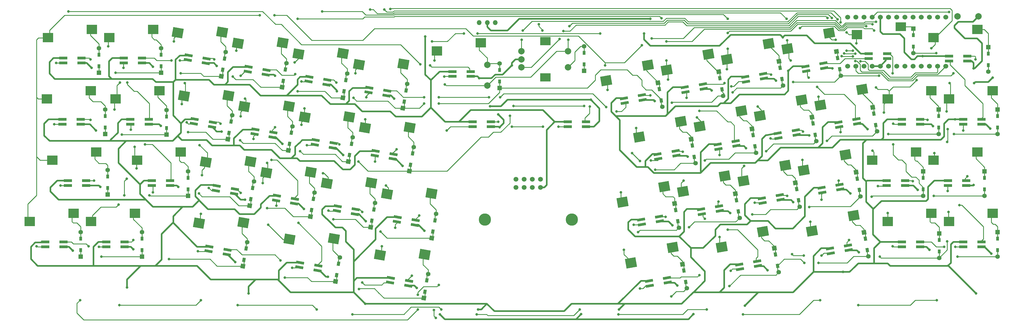
<source format=gbr>
G04 #@! TF.GenerationSoftware,KiCad,Pcbnew,(6.0.0-0)*
G04 #@! TF.CreationDate,2021-12-31T14:24:18+09:00*
G04 #@! TF.ProjectId,aliceball,616c6963-6562-4616-9c6c-2e6b69636164,rev?*
G04 #@! TF.SameCoordinates,Original*
G04 #@! TF.FileFunction,Copper,L2,Bot*
G04 #@! TF.FilePolarity,Positive*
%FSLAX46Y46*%
G04 Gerber Fmt 4.6, Leading zero omitted, Abs format (unit mm)*
G04 Created by KiCad (PCBNEW (6.0.0-0)) date 2021-12-31 14:24:18*
%MOMM*%
%LPD*%
G01*
G04 APERTURE LIST*
G04 Aperture macros list*
%AMRotRect*
0 Rectangle, with rotation*
0 The origin of the aperture is its center*
0 $1 length*
0 $2 width*
0 $3 Rotation angle, in degrees counterclockwise*
0 Add horizontal line*
21,1,$1,$2,0,0,$3*%
G04 Aperture macros list end*
G04 #@! TA.AperFunction,SMDPad,CuDef*
%ADD10R,2.500000X0.820000*%
G04 #@! TD*
G04 #@! TA.AperFunction,SMDPad,CuDef*
%ADD11RotRect,2.500000X0.820000X170.000000*%
G04 #@! TD*
G04 #@! TA.AperFunction,SMDPad,CuDef*
%ADD12RotRect,2.500000X0.820000X190.000000*%
G04 #@! TD*
G04 #@! TA.AperFunction,SMDPad,CuDef*
%ADD13R,3.300000X3.000000*%
G04 #@! TD*
G04 #@! TA.AperFunction,SMDPad,CuDef*
%ADD14RotRect,3.300000X3.000000X170.000000*%
G04 #@! TD*
G04 #@! TA.AperFunction,ComponentPad*
%ADD15C,2.000000*%
G04 #@! TD*
G04 #@! TA.AperFunction,ComponentPad*
%ADD16R,3.200000X2.500000*%
G04 #@! TD*
G04 #@! TA.AperFunction,ComponentPad*
%ADD17O,1.500000X1.500000*%
G04 #@! TD*
G04 #@! TA.AperFunction,SMDPad,CuDef*
%ADD18R,0.950000X1.300000*%
G04 #@! TD*
G04 #@! TA.AperFunction,ComponentPad*
%ADD19R,1.397000X1.397000*%
G04 #@! TD*
G04 #@! TA.AperFunction,ComponentPad*
%ADD20C,1.397000*%
G04 #@! TD*
G04 #@! TA.AperFunction,SMDPad,CuDef*
%ADD21RotRect,1.300000X0.950000X280.000000*%
G04 #@! TD*
G04 #@! TA.AperFunction,ComponentPad*
%ADD22RotRect,1.397000X1.397000X280.000000*%
G04 #@! TD*
G04 #@! TA.AperFunction,SMDPad,CuDef*
%ADD23RotRect,1.300000X0.950000X80.000000*%
G04 #@! TD*
G04 #@! TA.AperFunction,ComponentPad*
%ADD24RotRect,1.397000X1.397000X80.000000*%
G04 #@! TD*
G04 #@! TA.AperFunction,SMDPad,CuDef*
%ADD25RotRect,3.300000X3.000000X190.000000*%
G04 #@! TD*
G04 #@! TA.AperFunction,WasherPad*
%ADD26C,3.810000*%
G04 #@! TD*
G04 #@! TA.AperFunction,ComponentPad*
%ADD27C,1.500000*%
G04 #@! TD*
G04 #@! TA.AperFunction,SMDPad,CuDef*
%ADD28R,3.300000X2.800000*%
G04 #@! TD*
G04 #@! TA.AperFunction,ComponentPad*
%ADD29C,1.524000*%
G04 #@! TD*
G04 #@! TA.AperFunction,ViaPad*
%ADD30C,0.800000*%
G04 #@! TD*
G04 #@! TA.AperFunction,Conductor*
%ADD31C,0.250000*%
G04 #@! TD*
G04 #@! TA.AperFunction,Conductor*
%ADD32C,0.500000*%
G04 #@! TD*
G04 APERTURE END LIST*
D10*
X31554500Y-35230500D03*
X37254500Y-35230500D03*
X37254500Y-33730500D03*
X31554500Y-33730500D03*
D11*
X104886061Y-98732208D03*
X110499466Y-99722003D03*
X110759939Y-98244792D03*
X105146534Y-97254997D03*
D12*
X216398534Y-65051003D03*
X222011939Y-64061208D03*
X221751466Y-62583997D03*
X216138061Y-63573792D03*
D10*
X32964000Y-73330500D03*
X38664000Y-73330500D03*
X38664000Y-71830500D03*
X32964000Y-71830500D03*
D12*
X243640034Y-41048003D03*
X249253439Y-40058208D03*
X248992966Y-38580997D03*
X243379561Y-39570792D03*
X211255034Y-85434503D03*
X216868439Y-84444708D03*
X216607966Y-82967497D03*
X210994561Y-83957292D03*
D10*
X59062500Y-73330500D03*
X64762500Y-73330500D03*
X64762500Y-71830500D03*
X59062500Y-71830500D03*
D11*
X76692061Y-93779208D03*
X82305466Y-94769003D03*
X82565939Y-93291792D03*
X76952534Y-92301997D03*
D12*
X248783534Y-78767003D03*
X254396939Y-77777208D03*
X254136466Y-76299997D03*
X248523061Y-77289792D03*
D11*
X109648561Y-60632208D03*
X115261966Y-61622003D03*
X115522439Y-60144792D03*
X109909034Y-59154997D03*
X133080061Y-103494708D03*
X138693466Y-104484503D03*
X138953939Y-103007292D03*
X133340534Y-102017497D03*
D10*
X158694000Y-55042500D03*
X164394000Y-55042500D03*
X164394000Y-53542500D03*
X158694000Y-53542500D03*
D12*
X262309034Y-37809503D03*
X267922439Y-36819708D03*
X267661966Y-35342497D03*
X262048561Y-36332292D03*
D11*
X116506561Y-81206208D03*
X122119966Y-82196003D03*
X122380439Y-80718792D03*
X116767034Y-79728997D03*
D12*
X269929034Y-94388003D03*
X275542439Y-93398208D03*
X275281966Y-91920997D03*
X269668561Y-92910792D03*
D10*
X311094000Y-54280500D03*
X316794000Y-54280500D03*
X316794000Y-52780500D03*
X311094000Y-52780500D03*
X281757000Y-33897000D03*
X287457000Y-33897000D03*
X287457000Y-32397000D03*
X281757000Y-32397000D03*
X311094000Y-92380500D03*
X316794000Y-92380500D03*
X316794000Y-90880500D03*
X311094000Y-90880500D03*
D11*
X135135980Y-84595458D03*
X140749385Y-85585253D03*
X141009858Y-84108042D03*
X135396453Y-83118247D03*
D10*
X31249500Y-54280500D03*
X36949500Y-54280500D03*
X36949500Y-52780500D03*
X31249500Y-52780500D03*
X287357500Y-73330500D03*
X293057500Y-73330500D03*
X293057500Y-71830500D03*
X287357500Y-71830500D03*
X52395000Y-54280500D03*
X58095000Y-54280500D03*
X58095000Y-52780500D03*
X52395000Y-52780500D03*
D11*
X97647061Y-77967708D03*
X103260466Y-78957503D03*
X103520939Y-77480292D03*
X97907534Y-76490497D03*
D12*
X235067534Y-62003003D03*
X240680939Y-61013208D03*
X240420466Y-59535997D03*
X234807061Y-60525792D03*
X253736534Y-58574003D03*
X259349939Y-57584208D03*
X259089466Y-56106997D03*
X253476061Y-57096792D03*
D10*
X188221500Y-55042500D03*
X193921500Y-55042500D03*
X193921500Y-53542500D03*
X188221500Y-53542500D03*
X44889500Y-92380500D03*
X50589500Y-92380500D03*
X50589500Y-90880500D03*
X44889500Y-90880500D03*
X25915500Y-92380500D03*
X31615500Y-92380500D03*
X31615500Y-90880500D03*
X25915500Y-90880500D03*
D12*
X224862506Y-44286503D03*
X230475911Y-43296708D03*
X230215438Y-41819497D03*
X224602033Y-42809292D03*
D11*
X107743561Y-41010708D03*
X113356966Y-42000503D03*
X113617439Y-40523292D03*
X108004034Y-39533497D03*
X128317561Y-64061208D03*
X133930966Y-65051003D03*
X134191439Y-63573792D03*
X128578034Y-62583997D03*
D10*
X292044000Y-54280500D03*
X297744000Y-54280500D03*
X297744000Y-52780500D03*
X292044000Y-52780500D03*
D12*
X241735034Y-99341003D03*
X247348439Y-98351208D03*
X247087966Y-96873997D03*
X241474561Y-97863792D03*
D10*
X152407500Y-39421500D03*
X158107500Y-39421500D03*
X158107500Y-37921500D03*
X152407500Y-37921500D03*
D11*
X88844480Y-37922958D03*
X94457885Y-38912753D03*
X94718358Y-37435542D03*
X89104953Y-36445747D03*
D10*
X292044000Y-92380500D03*
X297744000Y-92380500D03*
X297744000Y-90880500D03*
X292044000Y-90880500D03*
D12*
X272596034Y-55145003D03*
X278209439Y-54155208D03*
X277948966Y-52677997D03*
X272335561Y-53667792D03*
X213731534Y-104484503D03*
X219344939Y-103494708D03*
X219084466Y-102017497D03*
X213471061Y-103007292D03*
D11*
X70215061Y-34343208D03*
X75828466Y-35333003D03*
X76088939Y-33855792D03*
X70475534Y-32865997D03*
D10*
X306712500Y-34659000D03*
X312412500Y-34659000D03*
X312412500Y-33159000D03*
X306712500Y-33159000D03*
X50299500Y-35230500D03*
X55999500Y-35230500D03*
X55999500Y-33730500D03*
X50299500Y-33730500D03*
D12*
X205921034Y-47715503D03*
X211534439Y-46725708D03*
X211273966Y-45248497D03*
X205660561Y-46238292D03*
D11*
X72120061Y-54155208D03*
X77733466Y-55145003D03*
X77993939Y-53667792D03*
X72380534Y-52677997D03*
D12*
X267344006Y-75528503D03*
X272957411Y-74538708D03*
X272696938Y-73061497D03*
X267083533Y-74051292D03*
D11*
X78978061Y-74919708D03*
X84591466Y-75909503D03*
X84851939Y-74432292D03*
X79238534Y-73442497D03*
D10*
X306331500Y-73330500D03*
X312031500Y-73330500D03*
X312031500Y-71830500D03*
X306331500Y-71830500D03*
D11*
X90939980Y-57353958D03*
X96553385Y-58343753D03*
X96813858Y-56866542D03*
X91200453Y-55876747D03*
X126372980Y-44399958D03*
X131986385Y-45389753D03*
X132246858Y-43912542D03*
X126633453Y-42922747D03*
D12*
X229924034Y-82196003D03*
X235537439Y-81206208D03*
X235276966Y-79728997D03*
X229663561Y-80718792D03*
D13*
X47795000Y-46441817D03*
X61395000Y-43901817D03*
X45890000Y-27391817D03*
X59490000Y-24851817D03*
X28173500Y-65491817D03*
X41773500Y-62951817D03*
X26840000Y-27391817D03*
X40440000Y-24851817D03*
X26459000Y-46441817D03*
X40059000Y-43901817D03*
D14*
X101852641Y-90014883D03*
X115588612Y-89857721D03*
D13*
X53775000Y-82001817D03*
X40175000Y-84541817D03*
X68062500Y-62951817D03*
X54462500Y-65491817D03*
D14*
X67084141Y-25812009D03*
X80918592Y-25672213D03*
D13*
X21125000Y-84541817D03*
X34725000Y-82001817D03*
D14*
X85844728Y-29120007D03*
X99679179Y-28980211D03*
X129951227Y-94928804D03*
X143785678Y-94789008D03*
X104605316Y-32428005D03*
X118439767Y-32288209D03*
X123365904Y-35736004D03*
X137200355Y-35596208D03*
D15*
X173856000Y-31599500D03*
X173856000Y-36599500D03*
X173856000Y-34099500D03*
D16*
X181356000Y-28499500D03*
X181356000Y-39699500D03*
D15*
X188356000Y-36599500D03*
X188356000Y-31599500D03*
D13*
X306684500Y-84541817D03*
X320284500Y-82001817D03*
X306684500Y-46441817D03*
X320284500Y-43901817D03*
X301922000Y-65491817D03*
X315522000Y-62951817D03*
X301922000Y-27391817D03*
X315522000Y-24851817D03*
D17*
X163258500Y-22719500D03*
X165758500Y-22719500D03*
X160758500Y-22719500D03*
D18*
X45360000Y-74075000D03*
D19*
X45360000Y-76110000D03*
D18*
X45360000Y-70525000D03*
D20*
X45360000Y-68490000D03*
D18*
X317754000Y-70996000D03*
D19*
X317754000Y-68961000D03*
D20*
X317754000Y-76581000D03*
D18*
X317754000Y-74546000D03*
D21*
X259343274Y-74451966D03*
D22*
X258989900Y-72447882D03*
D21*
X259959726Y-77948034D03*
D20*
X260313100Y-79952118D03*
D19*
X303657000Y-88201500D03*
D18*
X303657000Y-90236500D03*
D20*
X303657000Y-95821500D03*
D18*
X303657000Y-93786500D03*
D23*
X101799774Y-60422034D03*
D24*
X101446400Y-62426118D03*
D20*
X102769600Y-54921882D03*
D23*
X102416226Y-56925966D03*
D13*
X287634500Y-46441817D03*
X301234500Y-43901817D03*
D25*
X207867214Y-97412280D03*
X220819533Y-92549253D03*
D19*
X167068500Y-43053000D03*
D18*
X167068500Y-41018000D03*
X167068500Y-37468000D03*
D20*
X167068500Y-35433000D03*
D18*
X193357500Y-35684000D03*
D19*
X193357500Y-37719000D03*
D20*
X193357500Y-30099000D03*
D18*
X193357500Y-32134000D03*
D25*
X261591403Y-68595379D03*
X274543722Y-63732352D03*
D21*
X245817774Y-57687966D03*
D22*
X245464400Y-55683882D03*
D20*
X246787600Y-63188118D03*
D21*
X246434226Y-61184034D03*
D25*
X256476254Y-30809564D03*
X269428573Y-25946537D03*
D21*
X278202774Y-71213466D03*
D22*
X277849400Y-69209382D03*
D20*
X279172600Y-76713618D03*
D21*
X278819226Y-74709534D03*
D24*
X82704626Y-58963584D03*
D23*
X83058000Y-56959500D03*
X83674452Y-53463432D03*
D20*
X84027826Y-51459348D03*
D21*
X283346274Y-51020466D03*
D22*
X282992900Y-49016382D03*
D20*
X284316100Y-56520618D03*
D21*
X283962726Y-54516534D03*
D24*
X80681900Y-39375618D03*
D23*
X81035274Y-37371534D03*
D20*
X82005100Y-31871382D03*
D23*
X81651726Y-33875466D03*
D24*
X137069900Y-49281618D03*
D23*
X137423274Y-47277534D03*
X138039726Y-43781466D03*
D20*
X138393100Y-41777382D03*
D18*
X70294500Y-74546000D03*
D19*
X70294500Y-76581000D03*
D20*
X70294500Y-68961000D03*
D18*
X70294500Y-70996000D03*
D19*
X61912500Y-38290500D03*
D18*
X61912500Y-36255500D03*
D20*
X61912500Y-30670500D03*
D18*
X61912500Y-32705500D03*
D26*
X162522000Y-83888000D03*
X189522000Y-83888000D03*
D27*
X172212000Y-73918500D03*
X172212000Y-71378500D03*
X174752000Y-73918500D03*
X174752000Y-71378500D03*
X177292000Y-73918500D03*
X177292000Y-71378500D03*
X179832000Y-73918500D03*
X179832000Y-71378500D03*
D14*
X69029107Y-45498837D03*
X82863558Y-45359041D03*
D13*
X278109500Y-26439317D03*
D28*
X291709500Y-23999317D03*
D23*
X146376774Y-87663534D03*
D24*
X146023400Y-89667618D03*
D20*
X147346600Y-82163382D03*
D23*
X146993226Y-84167466D03*
D14*
X113373002Y-72661740D03*
X127207453Y-72521944D03*
D18*
X44577000Y-55305500D03*
D19*
X44577000Y-57340500D03*
D18*
X44577000Y-51755500D03*
D20*
X44577000Y-49720500D03*
D15*
X309360500Y-20764500D03*
X315860500Y-20764500D03*
D25*
X242830815Y-71903377D03*
X255783134Y-67040350D03*
D14*
X73669465Y-85004811D03*
X87503916Y-84865015D03*
D24*
X87349400Y-98430618D03*
D23*
X87702774Y-96426534D03*
D20*
X88672600Y-90926382D03*
D23*
X88319226Y-92930466D03*
D25*
X218955079Y-37425559D03*
X231907398Y-32562532D03*
D22*
X223937900Y-97784382D03*
D21*
X224291274Y-99788466D03*
D20*
X225261100Y-105288618D03*
D21*
X224907726Y-103284534D03*
D19*
X298704000Y-68961000D03*
D18*
X298704000Y-70996000D03*
X298704000Y-74546000D03*
D20*
X298704000Y-76581000D03*
D24*
X139092626Y-68869584D03*
D23*
X139446000Y-66865500D03*
D20*
X140415826Y-61365348D03*
D23*
X140062452Y-63369432D03*
D19*
X42672000Y-38290500D03*
D18*
X42672000Y-36255500D03*
D20*
X42672000Y-30670500D03*
D18*
X42672000Y-32705500D03*
D22*
X271753400Y-31680882D03*
D21*
X272106774Y-33684966D03*
D20*
X273076600Y-39185118D03*
D21*
X272723226Y-37181034D03*
D25*
X229204494Y-54962188D03*
X242156813Y-50099161D03*
D21*
X252817115Y-94787307D03*
D22*
X252463741Y-92783223D03*
D21*
X253433567Y-98283375D03*
D20*
X253786941Y-100287459D03*
D21*
X254199774Y-36732966D03*
D22*
X253846400Y-34728882D03*
D21*
X254816226Y-40229034D03*
D20*
X255169600Y-42233118D03*
D25*
X266725670Y-48346192D03*
X279677989Y-43483165D03*
X247965082Y-51654190D03*
X260917401Y-46791163D03*
D18*
X303466500Y-51755500D03*
D19*
X303466500Y-49720500D03*
D20*
X303466500Y-57340500D03*
D18*
X303466500Y-55305500D03*
D25*
X264148977Y-87488287D03*
X277101296Y-82625260D03*
X205309640Y-78519372D03*
X218261959Y-73656345D03*
D14*
X125310870Y-55422830D03*
X139145321Y-55283034D03*
X106550282Y-52114832D03*
X120384733Y-51975036D03*
D23*
X143900274Y-106332534D03*
D24*
X143546900Y-108336618D03*
D23*
X144516726Y-102836466D03*
D20*
X144870100Y-100832382D03*
D19*
X36957000Y-95440500D03*
D18*
X36957000Y-93405500D03*
D20*
X36957000Y-87820500D03*
D18*
X36957000Y-89855500D03*
X63627000Y-55496000D03*
D19*
X63627000Y-57531000D03*
D20*
X63627000Y-49911000D03*
D18*
X63627000Y-51946000D03*
X318897000Y-32324500D03*
D19*
X318897000Y-30289500D03*
D20*
X318897000Y-37909500D03*
D18*
X318897000Y-35874500D03*
D13*
X282872000Y-65491817D03*
X296472000Y-62951817D03*
D22*
X216317900Y-41396382D03*
D21*
X216671274Y-43400466D03*
D20*
X217641100Y-48900618D03*
D21*
X217287726Y-46896534D03*
D14*
X94612414Y-69353742D03*
X108446865Y-69213946D03*
D18*
X56007000Y-93405500D03*
D19*
X56007000Y-95440500D03*
D20*
X56007000Y-87820500D03*
D18*
X56007000Y-89855500D03*
D23*
X120468774Y-63851034D03*
D24*
X120115400Y-65855118D03*
D20*
X121438600Y-58350882D03*
D23*
X121085226Y-60354966D03*
D14*
X132133590Y-75969736D03*
X145968041Y-75829940D03*
D19*
X321754500Y-49720500D03*
D18*
X321754500Y-51755500D03*
X321754500Y-55305500D03*
D20*
X321754500Y-57340500D03*
D24*
X89444900Y-79571118D03*
D23*
X89798274Y-77567034D03*
X90414726Y-74070966D03*
D20*
X90768100Y-72066882D03*
D15*
X163258500Y-42302500D03*
X163258500Y-35802500D03*
D24*
X108304400Y-83000118D03*
D23*
X108657774Y-80996034D03*
D20*
X109627600Y-75495882D03*
D23*
X109274226Y-77499966D03*
D18*
X321754500Y-89855500D03*
D19*
X321754500Y-87820500D03*
D18*
X321754500Y-93405500D03*
D20*
X321754500Y-95440500D03*
D24*
X99541400Y-42804618D03*
D23*
X99894774Y-40800534D03*
X100511226Y-37304466D03*
D20*
X100864600Y-35300382D03*
D25*
X200194491Y-40733557D03*
X213146810Y-35870530D03*
D29*
X277749000Y-36231400D03*
X280289000Y-36231400D03*
X282829000Y-36231400D03*
X285369000Y-36231400D03*
X287909000Y-36231400D03*
X290449000Y-36231400D03*
X292989000Y-36231400D03*
X295529000Y-36231400D03*
X298069000Y-36231400D03*
X300609000Y-36231400D03*
X303149000Y-36231400D03*
X305689000Y-36231400D03*
X305689000Y-21011400D03*
X303149000Y-21011400D03*
X300609000Y-21011400D03*
X298069000Y-21011400D03*
X295529000Y-21011400D03*
X292989000Y-21011400D03*
X290449000Y-21011400D03*
X287909000Y-21011400D03*
X285369000Y-21011400D03*
X282829000Y-21011400D03*
X280289000Y-21011400D03*
X277749000Y-21011400D03*
X275209000Y-21011400D03*
X275209000Y-36231400D03*
D14*
X87789695Y-48806834D03*
X101624146Y-48667038D03*
D25*
X237715667Y-34117562D03*
X250667986Y-29254535D03*
X236064282Y-92480993D03*
X248918121Y-87635331D03*
D23*
X116467115Y-101162694D03*
D24*
X116113741Y-103166778D03*
D23*
X117083567Y-97666626D03*
D20*
X117436941Y-95662542D03*
D22*
X240320900Y-75876882D03*
D21*
X240674274Y-77880966D03*
D20*
X241644100Y-83381118D03*
D21*
X241290726Y-81377034D03*
X264486774Y-54068466D03*
D22*
X264133400Y-52064382D03*
D21*
X265103226Y-57564534D03*
D20*
X265456600Y-59568618D03*
D21*
X280679274Y-89882466D03*
D22*
X280325900Y-87878382D03*
D21*
X281295726Y-93378534D03*
D20*
X281649100Y-95382618D03*
D22*
X226604900Y-58922382D03*
D21*
X226958274Y-60926466D03*
D20*
X227928100Y-66426618D03*
D21*
X227574726Y-64422534D03*
D13*
X287634500Y-84541817D03*
X301234500Y-82001817D03*
D24*
X127063500Y-86296500D03*
D23*
X127416874Y-84292416D03*
X128033326Y-80796348D03*
D20*
X128386700Y-78792264D03*
D25*
X224070228Y-75211375D03*
X237022547Y-70348348D03*
D19*
X295656000Y-24574500D03*
D18*
X295656000Y-26609500D03*
D20*
X295656000Y-32194500D03*
D18*
X295656000Y-30159500D03*
D14*
X75851827Y-66045743D03*
X89686278Y-65905947D03*
D13*
X147617000Y-31519500D03*
X161217000Y-28979500D03*
D25*
X210443907Y-58270186D03*
X223396226Y-53407159D03*
D24*
X118400900Y-46043118D03*
D23*
X118754274Y-44039034D03*
D20*
X119724100Y-38538882D03*
D23*
X119370726Y-40542966D03*
D22*
X235177400Y-37967382D03*
D21*
X235530774Y-39971466D03*
X236147226Y-43467534D03*
D20*
X236500600Y-45471618D03*
D21*
X221814774Y-80928966D03*
D22*
X221461400Y-78924882D03*
D21*
X222431226Y-84425034D03*
D20*
X222784600Y-86429118D03*
D30*
X302704500Y-32194500D03*
X284988000Y-39243000D03*
X84201000Y-39433500D03*
X148209000Y-47815500D03*
X104394000Y-44005500D03*
X121729500Y-46101000D03*
X47815500Y-38290500D03*
X68008500Y-38481000D03*
X220599000Y-47625000D03*
X239458500Y-44386500D03*
X143637000Y-47815500D03*
X258318000Y-41148000D03*
X70294500Y-56769000D03*
X215455500Y-68389500D03*
X208216500Y-63246000D03*
X170307000Y-51625500D03*
X171450000Y-48577500D03*
X268795500Y-59436000D03*
X249936000Y-62674500D03*
X287845500Y-57340500D03*
X86487000Y-59245500D03*
X308229000Y-57340500D03*
X230886000Y-65532000D03*
X105156000Y-62674500D03*
X210693000Y-65722500D03*
X193357500Y-48577500D03*
X123253500Y-65913000D03*
X49720500Y-57531000D03*
X225933000Y-86296500D03*
X94869000Y-80391000D03*
X289369500Y-60579000D03*
X263271000Y-80010000D03*
X58293000Y-76390500D03*
X130111500Y-87630000D03*
X301942500Y-76581000D03*
X210121500Y-87820500D03*
X115443000Y-83820000D03*
X73723500Y-75819000D03*
X282702000Y-76771500D03*
X245554500Y-82296000D03*
X285178500Y-95440500D03*
X220408500Y-107823000D03*
X147256500Y-114490500D03*
X123444000Y-105537000D03*
X266128500Y-97345500D03*
X238506000Y-104584500D03*
X306133500Y-59817000D03*
X100393500Y-101917500D03*
X261747000Y-97345500D03*
X309372000Y-95440500D03*
X43434000Y-95440500D03*
X64389000Y-96202500D03*
X146685000Y-112014000D03*
X306324000Y-55816500D03*
X306133500Y-90678000D03*
X271462500Y-28003500D03*
X170878500Y-36004500D03*
X88011000Y-77724000D03*
X148590000Y-113347500D03*
X136969500Y-67246500D03*
X79248000Y-36195000D03*
X34480500Y-93535500D03*
X84963000Y-97155000D03*
X319849500Y-94488000D03*
X195453000Y-46672500D03*
X41719500Y-56197500D03*
X215265000Y-47053500D03*
X296989500Y-74676000D03*
X141351000Y-105156000D03*
X258318000Y-78486000D03*
X238696500Y-81915000D03*
X160782000Y-40005000D03*
X192417000Y-113335500D03*
X252984000Y-40767000D03*
X143722089Y-87354411D03*
X59436000Y-36385500D03*
X134302500Y-46291500D03*
X319468500Y-55626000D03*
X67246500Y-73723500D03*
X164115750Y-48672750D03*
X220789500Y-85725000D03*
X43053000Y-73723500D03*
X125539500Y-84391500D03*
X61824521Y-54761479D03*
X243649500Y-61722000D03*
X301752000Y-54864000D03*
X113728500Y-101727000D03*
X116586000Y-44005500D03*
X227278500Y-113335500D03*
X276034500Y-75819000D03*
X97345500Y-39243000D03*
X270510000Y-36957000D03*
X99631500Y-60388500D03*
X250317000Y-99631500D03*
X40386000Y-36766500D03*
X278701500Y-94083110D03*
X314325000Y-73152000D03*
X80772000Y-56578500D03*
X300609000Y-93345000D03*
X281368500Y-55816500D03*
X53340000Y-93154500D03*
X222313500Y-104394000D03*
X167068500Y-55245000D03*
X166687500Y-51244500D03*
X225552000Y-64389000D03*
X118491000Y-63817500D03*
X263271000Y-57721500D03*
X106299000Y-80581500D03*
X314325000Y-36957000D03*
X232981500Y-43815000D03*
X213931500Y-21526500D03*
X314896500Y-34099500D03*
X308038500Y-38481000D03*
X89154000Y-106870500D03*
X51362000Y-104998000D03*
X212000500Y-26110500D03*
X160413000Y-111835500D03*
X125330000Y-110080000D03*
X320230500Y-39814500D03*
X255079500Y-27241500D03*
X314515500Y-41529000D03*
X273783000Y-100203000D03*
X256794000Y-37719000D03*
X204216000Y-111823500D03*
X298525500Y-33159000D03*
X308610000Y-52768500D03*
X243268500Y-110680500D03*
X144018000Y-27051000D03*
X315087000Y-106870500D03*
X312420000Y-70485000D03*
X311086500Y-56197500D03*
X309943500Y-79438500D03*
X306324000Y-75057000D03*
X308639188Y-92421688D03*
X305181000Y-92392500D03*
X289179000Y-92202000D03*
X295465500Y-72009000D03*
X284607000Y-73533000D03*
X300037500Y-52959000D03*
X289369500Y-54102000D03*
X289179000Y-38481000D03*
X263080500Y-39814500D03*
X265747500Y-42672000D03*
X272415000Y-71818500D03*
X272986500Y-56769000D03*
X275653500Y-90297000D03*
X267081000Y-77724000D03*
X256413000Y-76581000D03*
X267081000Y-95059500D03*
X261556500Y-95059500D03*
X257937000Y-94678500D03*
X261366000Y-56578500D03*
X246316500Y-78676500D03*
X251460000Y-38862000D03*
X251269500Y-58674000D03*
X239077500Y-42481500D03*
X236982000Y-41529000D03*
X225171000Y-46101000D03*
X229171500Y-50101500D03*
X235458000Y-63817500D03*
X235077000Y-78295500D03*
X237934500Y-87058500D03*
X230886000Y-83629500D03*
X238887000Y-99822000D03*
X229171500Y-101155500D03*
X218694000Y-83058000D03*
X210693000Y-105346500D03*
X208788000Y-85534500D03*
X224028000Y-62865000D03*
X213931500Y-45339000D03*
X214122000Y-65532000D03*
X203417951Y-50328049D03*
X167259000Y-45910500D03*
X200215500Y-48958500D03*
X143637000Y-45910500D03*
X163830000Y-45910500D03*
X148209000Y-45910500D03*
X125730000Y-45910500D03*
X135064500Y-62103000D03*
X142113000Y-82677000D03*
X128397000Y-65913000D03*
X134683500Y-86487000D03*
X139827000Y-101346000D03*
X124396500Y-103441500D03*
X124396500Y-81534000D03*
X117348000Y-60579000D03*
X113919000Y-81153000D03*
X116395500Y-41338500D03*
X107251500Y-60769500D03*
X105537000Y-40957500D03*
X103632000Y-38671500D03*
X97345500Y-55245000D03*
X86677500Y-39243000D03*
X96202500Y-65341500D03*
X90678000Y-58864500D03*
X104584500Y-84963000D03*
X97726500Y-79629000D03*
X99060000Y-96583500D03*
X102679500Y-98869500D03*
X73342500Y-93726000D03*
X86677500Y-75628500D03*
X76771500Y-74104500D03*
X80391000Y-54102000D03*
X78486000Y-34099500D03*
X69913500Y-53721000D03*
X65151000Y-34480500D03*
X67818000Y-34480500D03*
X50292000Y-36766500D03*
X51435000Y-41338500D03*
X56959500Y-60579000D03*
X52578000Y-56007000D03*
X59436000Y-75438000D03*
X53340000Y-90297000D03*
X39433500Y-92202000D03*
X42672000Y-92392500D03*
X41148000Y-71818500D03*
X23241000Y-92202000D03*
X40005000Y-52959000D03*
X30670500Y-73342500D03*
X28765500Y-54292500D03*
X40005000Y-34099500D03*
X145542000Y-36004500D03*
X29337000Y-35242500D03*
X33147000Y-19240500D03*
X142494000Y-35623500D03*
X149923500Y-39433500D03*
X160210500Y-26098500D03*
X146113500Y-28575000D03*
X198310500Y-26098500D03*
X156019500Y-26098500D03*
X195110607Y-48768000D03*
X185356500Y-55054500D03*
X166687500Y-53530500D03*
X180594000Y-55054500D03*
X170878500Y-55054500D03*
X36766500Y-108966000D03*
X148209000Y-104203500D03*
X150685500Y-56197500D03*
X141732000Y-111823500D03*
X141732000Y-107251500D03*
X48958500Y-110490000D03*
X74295000Y-108966000D03*
X110299500Y-111823500D03*
X85725000Y-110490000D03*
X121348500Y-113347500D03*
X148971000Y-111823500D03*
X192024000Y-111823500D03*
X160020000Y-113347500D03*
X231457500Y-111823500D03*
X204025500Y-113347500D03*
X266700000Y-108966000D03*
X242697000Y-113347500D03*
X278511000Y-110490000D03*
X302895000Y-108966000D03*
X92583000Y-20383500D03*
X97155000Y-20383500D03*
X211264500Y-29718000D03*
X284035500Y-22479000D03*
X205740000Y-93345000D03*
X199834500Y-36004500D03*
X214312500Y-27622500D03*
X204787500Y-75438000D03*
X200596500Y-43624500D03*
X209550000Y-55435500D03*
X224218500Y-71818500D03*
X218884500Y-34480500D03*
X47434500Y-49720500D03*
X282892500Y-23241000D03*
X51244500Y-71247000D03*
X104394000Y-21526500D03*
X49149000Y-41338500D03*
X235458000Y-89344500D03*
X228409500Y-52197000D03*
X217360500Y-21336000D03*
X54292500Y-68008500D03*
X48768000Y-79248000D03*
X219456000Y-40386000D03*
X218884500Y-28575000D03*
X50482500Y-76390500D03*
X45529500Y-30099000D03*
X53721000Y-61341000D03*
X247269000Y-48768000D03*
X74676000Y-70104000D03*
X243078000Y-67246500D03*
X112014000Y-19240500D03*
X74295000Y-82105500D03*
X237934500Y-25908000D03*
X237934500Y-21526500D03*
X65913000Y-28575000D03*
X69342000Y-41529000D03*
X237744000Y-37147500D03*
X73914000Y-60769500D03*
X280987500Y-23775000D03*
X237934500Y-30861000D03*
X68389500Y-48006000D03*
X257556000Y-34480500D03*
X126873000Y-18669000D03*
X261175500Y-65341500D03*
X94869000Y-66294000D03*
X95250000Y-85534500D03*
X263652000Y-84582000D03*
X93535500Y-72580500D03*
X260413500Y-24384000D03*
X256222500Y-21526500D03*
X256413000Y-28194000D03*
X86677500Y-51816000D03*
X85344000Y-31432500D03*
X88011000Y-46291500D03*
X266128500Y-45720000D03*
X283464000Y-25146000D03*
X296608500Y-40576500D03*
X282892500Y-62484000D03*
X105537000Y-54483000D03*
X277939500Y-29146500D03*
X273022549Y-22633451D03*
X286512000Y-50673000D03*
X112204500Y-69532500D03*
X131254500Y-18669000D03*
X103441500Y-35052000D03*
X274891500Y-25717500D03*
X284035500Y-42862500D03*
X106489500Y-49339500D03*
X287655000Y-81915000D03*
X302133000Y-63246000D03*
X125349000Y-52768500D03*
X301180500Y-30670500D03*
X306514500Y-81534000D03*
X122301000Y-38481000D03*
X305943000Y-50292000D03*
X130492500Y-92202000D03*
X306895500Y-41529000D03*
X131826000Y-73342500D03*
X133159500Y-18478500D03*
X150114000Y-41910000D03*
X279213799Y-34730201D03*
X188785500Y-23812500D03*
X188404500Y-28003500D03*
X146875500Y-34480500D03*
X274129500Y-32253017D03*
X270319500Y-21304980D03*
X277558500Y-32385000D03*
X272070049Y-21680951D03*
X276790981Y-31404907D03*
X174307500Y-25146000D03*
X173926500Y-28003500D03*
X274891500Y-31432500D03*
X276796500Y-33172500D03*
X185737500Y-27813000D03*
X277558500Y-34621500D03*
X186880500Y-25336500D03*
X273367500Y-33147000D03*
X268986000Y-21304980D03*
X306705000Y-19431000D03*
X180403500Y-25146000D03*
X179260500Y-23241000D03*
D31*
X42672000Y-32705500D02*
X42672000Y-30670500D01*
X42672000Y-30670500D02*
X42672000Y-29337000D01*
X42672000Y-29337000D02*
X39990000Y-26655000D01*
X39990000Y-26655000D02*
X39990000Y-24851817D01*
X214312500Y-43624500D02*
X217287726Y-46599726D01*
X220599000Y-47625000D02*
X220789500Y-47434500D01*
X254816226Y-41879744D02*
X255169600Y-42233118D01*
X134625618Y-49281618D02*
X137069900Y-49281618D01*
X217287726Y-46896534D02*
X217287726Y-48547244D01*
X220789500Y-47434500D02*
X232981500Y-47434500D01*
X118754274Y-44039034D02*
X118754274Y-45689744D01*
X206694720Y-37338000D02*
X208409220Y-39052500D01*
X167068500Y-41018000D02*
X167068500Y-43053000D01*
X271113718Y-41148000D02*
X273076600Y-39185118D01*
X137069900Y-49281618D02*
X142170882Y-49281618D01*
X198525755Y-37313245D02*
X206096245Y-37313245D01*
X61912500Y-36255500D02*
X61912500Y-38290500D01*
X142170882Y-49281618D02*
X143637000Y-47815500D01*
X99894774Y-40800534D02*
X99894774Y-42451244D01*
X295656000Y-32194500D02*
X302704500Y-32194500D01*
X42672000Y-36255500D02*
X42672000Y-38290500D01*
X90487500Y-40386000D02*
X92906118Y-42804618D01*
X167068500Y-43053000D02*
X194340010Y-43053000D01*
X232981500Y-47434500D02*
X234944382Y-45471618D01*
X92906118Y-42804618D02*
X99541400Y-42804618D01*
X208409220Y-39052500D02*
X209740500Y-39052500D01*
X295656000Y-30159500D02*
X295656000Y-32194500D01*
X121729500Y-46101000D02*
X122682000Y-47053500D01*
X236147226Y-43467534D02*
X236147226Y-44123226D01*
X254816226Y-40229034D02*
X254816226Y-41879744D01*
X206096245Y-37313245D02*
X206121000Y-37338000D01*
X272723226Y-38831744D02*
X273076600Y-39185118D01*
X74676000Y-38862000D02*
X74295000Y-38481000D01*
X75189618Y-39375618D02*
X74676000Y-38862000D01*
X80681900Y-39375618D02*
X75189618Y-39375618D01*
X118400900Y-46043118D02*
X114813618Y-46043118D01*
X114813618Y-46043118D02*
X112966500Y-44196000D01*
X239458500Y-44386500D02*
X240792000Y-43053000D01*
X74295000Y-38481000D02*
X68008500Y-38481000D01*
X81035274Y-37371534D02*
X81035274Y-39022244D01*
X99894774Y-42451244D02*
X99541400Y-42804618D01*
X234944382Y-45471618D02*
X236500600Y-45471618D01*
X61912500Y-38290500D02*
X47815500Y-38290500D01*
X211264500Y-40576500D02*
X211264500Y-42291000D01*
X211264500Y-42291000D02*
X212598000Y-43624500D01*
X194340010Y-43053000D02*
X196786500Y-40606510D01*
X272723226Y-37181034D02*
X272723226Y-38831744D01*
X132397500Y-47053500D02*
X134625618Y-49281618D01*
X206121000Y-37338000D02*
X206694720Y-37338000D01*
X254349718Y-43053000D02*
X255169600Y-42233118D01*
X196786500Y-40606510D02*
X196786500Y-39052500D01*
X137423274Y-47277534D02*
X137423274Y-48928244D01*
X122682000Y-47053500D02*
X132397500Y-47053500D01*
X81035274Y-39022244D02*
X80681900Y-39375618D01*
X112966500Y-44196000D02*
X112776000Y-44005500D01*
X318897000Y-35874500D02*
X318897000Y-37909500D01*
X118754274Y-45689744D02*
X118400900Y-46043118D01*
X209740500Y-39052500D02*
X211264500Y-40576500D01*
X284988000Y-39243000D02*
X284930118Y-39185118D01*
X85153500Y-40386000D02*
X90487500Y-40386000D01*
X84201000Y-39433500D02*
X85153500Y-40386000D01*
X217287726Y-46599726D02*
X217287726Y-46896534D01*
X236147226Y-44123226D02*
X236791500Y-44767500D01*
X148209000Y-47815500D02*
X163639500Y-47815500D01*
X163639500Y-47815500D02*
X167068500Y-44386500D01*
X284930118Y-39185118D02*
X273076600Y-39185118D01*
X217287726Y-48547244D02*
X217641100Y-48900618D01*
X240792000Y-43053000D02*
X254349718Y-43053000D01*
X137423274Y-48928244D02*
X137069900Y-49281618D01*
X258318000Y-41148000D02*
X271113718Y-41148000D01*
X196786500Y-39052500D02*
X198525755Y-37313245D01*
X212598000Y-43624500D02*
X214312500Y-43624500D01*
X167068500Y-44386500D02*
X167068500Y-43053000D01*
X112776000Y-44005500D02*
X104394000Y-44005500D01*
X40767000Y-47244000D02*
X39609000Y-46086000D01*
X44577000Y-51755500D02*
X44577000Y-49720500D01*
X39609000Y-46086000D02*
X39609000Y-43901817D01*
X44577000Y-49720500D02*
X44577000Y-48577500D01*
X44577000Y-48577500D02*
X43243500Y-47244000D01*
X43243500Y-47244000D02*
X40767000Y-47244000D01*
X105156000Y-62674500D02*
X106108500Y-63627000D01*
X63627000Y-55496000D02*
X63627000Y-57531000D01*
X170307000Y-53911500D02*
X170307000Y-51625500D01*
X231267000Y-65151000D02*
X238315500Y-65151000D01*
X83058000Y-56959500D02*
X83058000Y-58610210D01*
X97345500Y-60198000D02*
X99573618Y-62426118D01*
X77152500Y-58102500D02*
X75819000Y-56769000D01*
X150776916Y-68869584D02*
X159258000Y-60388500D01*
X86487000Y-59245500D02*
X87439500Y-60198000D01*
X101799774Y-62072744D02*
X101446400Y-62426118D01*
X163639500Y-58293000D02*
X164401500Y-57531000D01*
X116014500Y-63627000D02*
X118242618Y-65855118D01*
X44577000Y-55305500D02*
X44577000Y-57340500D01*
X193357500Y-35684000D02*
X193357500Y-37719000D01*
X283962726Y-54516534D02*
X283962726Y-56167244D01*
X264636718Y-60388500D02*
X265456600Y-59568618D01*
X246434226Y-61184034D02*
X246434226Y-62834744D01*
X193357500Y-48577500D02*
X171450000Y-48577500D01*
X101799774Y-60422034D02*
X101799774Y-62072744D01*
X240278382Y-63188118D02*
X246787600Y-63188118D01*
X221361000Y-68389500D02*
X215455500Y-68389500D01*
X303466500Y-57340500D02*
X287845500Y-57340500D01*
X139092626Y-68869584D02*
X150776916Y-68869584D01*
X210693000Y-65722500D02*
X208216500Y-63246000D01*
X252222000Y-60388500D02*
X264636718Y-60388500D01*
X223323882Y-66426618D02*
X222504000Y-67246500D01*
X139446000Y-66865500D02*
X139446000Y-68516210D01*
X227574726Y-66073244D02*
X227928100Y-66426618D01*
X120468774Y-63851034D02*
X120468774Y-65501744D01*
X75819000Y-56769000D02*
X70294500Y-56769000D01*
X87439500Y-60198000D02*
X97345500Y-60198000D01*
X164401500Y-57531000D02*
X165163500Y-56769000D01*
X120468774Y-65501744D02*
X120115400Y-65855118D01*
X82704626Y-58963584D02*
X78013584Y-58963584D01*
X227928100Y-66426618D02*
X223323882Y-66426618D01*
X106108500Y-63627000D02*
X116014500Y-63627000D01*
X246434226Y-62834744D02*
X246787600Y-63188118D01*
X265103226Y-57564534D02*
X265103226Y-59215244D01*
X161353500Y-58293000D02*
X162877500Y-58293000D01*
X123253500Y-65913000D02*
X126210084Y-68869584D01*
X63627000Y-57531000D02*
X49720500Y-57531000D01*
X227574726Y-64422534D02*
X227574726Y-66073244D01*
X126210084Y-68869584D02*
X139092626Y-68869584D01*
X283962726Y-56167244D02*
X284316100Y-56520618D01*
X238315500Y-65151000D02*
X240278382Y-63188118D01*
X282924718Y-57912000D02*
X284316100Y-56520618D01*
X321754500Y-55305500D02*
X321754500Y-57340500D01*
X249936000Y-62674500D02*
X252222000Y-60388500D01*
X265103226Y-59215244D02*
X265456600Y-59568618D01*
X83058000Y-58610210D02*
X82704626Y-58963584D01*
X268795500Y-59436000D02*
X270319500Y-57912000D01*
X321754500Y-57340500D02*
X308229000Y-57340500D01*
X118242618Y-65855118D02*
X120115400Y-65855118D01*
X165163500Y-56769000D02*
X167449500Y-56769000D01*
X167449500Y-56769000D02*
X170307000Y-53911500D01*
X303466500Y-55305500D02*
X303466500Y-57340500D01*
X99573618Y-62426118D02*
X101446400Y-62426118D01*
X159258000Y-60388500D02*
X161353500Y-58293000D01*
X78013584Y-58963584D02*
X77152500Y-58102500D01*
X270319500Y-57912000D02*
X282924718Y-57912000D01*
X139446000Y-68516210D02*
X139092626Y-68869584D01*
X222504000Y-67246500D02*
X221361000Y-68389500D01*
X230886000Y-65532000D02*
X231267000Y-65151000D01*
X162877500Y-58293000D02*
X163639500Y-58293000D01*
X45360000Y-70525000D02*
X45360000Y-68490000D01*
X41323500Y-65136000D02*
X41323500Y-62951817D01*
X44767500Y-66484500D02*
X42672000Y-66484500D01*
X42672000Y-66484500D02*
X41323500Y-65136000D01*
X45360000Y-68490000D02*
X45360000Y-67077000D01*
X45360000Y-67077000D02*
X44767500Y-66484500D01*
X282892500Y-76581000D02*
X282702000Y-76771500D01*
X263461500Y-79819500D02*
X276066718Y-79819500D01*
X293370000Y-66675000D02*
X293370000Y-68961000D01*
X251269500Y-80772000D02*
X259493218Y-80772000D01*
X227647500Y-84582000D02*
X240443218Y-84582000D01*
X263271000Y-80010000D02*
X263461500Y-79819500D01*
X127416874Y-84292416D02*
X127416874Y-85943126D01*
X122301000Y-83820000D02*
X115443000Y-83820000D01*
X210121500Y-87820500D02*
X210693000Y-87249000D01*
X298704000Y-73914000D02*
X298704000Y-74546000D01*
X74676000Y-76771500D02*
X83248500Y-76771500D01*
X259959726Y-77948034D02*
X259959726Y-79598744D01*
X317754000Y-76581000D02*
X301942500Y-76581000D01*
X293370000Y-68961000D02*
X295084500Y-70675500D01*
X100393500Y-80391000D02*
X94869000Y-80391000D01*
X146376774Y-87663534D02*
X146376774Y-89314244D01*
X245554500Y-82296000D02*
X249745500Y-82296000D01*
X290949764Y-65341500D02*
X292036500Y-65341500D01*
X249745500Y-82296000D02*
X251269500Y-80772000D01*
X86048118Y-79571118D02*
X89444900Y-79571118D01*
X297370500Y-71628000D02*
X297370500Y-72580500D01*
X240443218Y-84582000D02*
X241644100Y-83381118D01*
X127416874Y-85943126D02*
X127063500Y-86296500D01*
X297370500Y-72580500D02*
X298704000Y-73914000D01*
X210693000Y-87249000D02*
X221964718Y-87249000D01*
X123444000Y-84963000D02*
X122301000Y-83820000D01*
X259959726Y-79598744D02*
X260313100Y-79952118D01*
X146376774Y-89314244D02*
X146023400Y-89667618D01*
X295084500Y-70675500D02*
X296418000Y-70675500D01*
X296418000Y-70675500D02*
X297370500Y-71628000D01*
X89798274Y-77567034D02*
X89798274Y-79217744D01*
X241290726Y-81377034D02*
X241290726Y-83027744D01*
X127063500Y-86296500D02*
X124777500Y-86296500D01*
X222431226Y-84425034D02*
X222431226Y-86075744D01*
X58483500Y-76581000D02*
X58293000Y-76390500D01*
X124777500Y-86296500D02*
X123444000Y-84963000D01*
X298704000Y-74546000D02*
X298704000Y-76581000D01*
X289369500Y-60579000D02*
X289369500Y-63817500D01*
X108657774Y-82646744D02*
X108304400Y-83000118D01*
X278819226Y-76360244D02*
X279172600Y-76713618D01*
X289425764Y-63817500D02*
X290949764Y-65341500D01*
X222431226Y-86075744D02*
X222784600Y-86429118D01*
X73723500Y-75819000D02*
X74676000Y-76771500D01*
X292036500Y-65341500D02*
X293370000Y-66675000D01*
X108304400Y-83000118D02*
X103002618Y-83000118D01*
X70294500Y-74546000D02*
X70294500Y-76581000D01*
X241290726Y-83027744D02*
X241644100Y-83381118D01*
X103002618Y-83000118D02*
X101727000Y-81724500D01*
X225933000Y-86296500D02*
X227647500Y-84582000D01*
X108657774Y-80996034D02*
X108657774Y-82646744D01*
X221964718Y-87249000D02*
X222784600Y-86429118D01*
X317754000Y-74546000D02*
X317754000Y-76581000D01*
X45360000Y-74075000D02*
X45360000Y-76110000D01*
X298704000Y-76581000D02*
X282892500Y-76581000D01*
X130111500Y-87630000D02*
X132149118Y-89667618D01*
X289369500Y-63817500D02*
X289425764Y-63817500D01*
X83248500Y-76771500D02*
X86048118Y-79571118D01*
X70294500Y-76581000D02*
X58483500Y-76581000D01*
X132149118Y-89667618D02*
X146023400Y-89667618D01*
X101727000Y-81724500D02*
X100393500Y-80391000D01*
X259493218Y-80772000D02*
X260313100Y-79952118D01*
X276066718Y-79819500D02*
X279172600Y-76713618D01*
X89798274Y-79217744D02*
X89444900Y-79571118D01*
X278819226Y-74709534D02*
X278819226Y-76360244D01*
X34671000Y-84963000D02*
X34275000Y-84567000D01*
X36957000Y-89855500D02*
X36957000Y-87820500D01*
X36957000Y-87820500D02*
X36957000Y-86106000D01*
X36957000Y-86106000D02*
X35814000Y-84963000D01*
X34275000Y-84567000D02*
X34275000Y-82001817D01*
X35814000Y-84963000D02*
X34671000Y-84963000D01*
X253433567Y-99934085D02*
X253786941Y-100287459D01*
X303657000Y-93786500D02*
X303657000Y-95821500D01*
X56007000Y-93405500D02*
X56007000Y-95440500D01*
X224907726Y-104935244D02*
X225261100Y-105288618D01*
X221932500Y-106299000D02*
X224250718Y-106299000D01*
X128206500Y-105346500D02*
X127635000Y-105346500D01*
X306324000Y-59626500D02*
X306133500Y-59817000D01*
X255514442Y-96202500D02*
X253433567Y-98283375D01*
X277044882Y-95382618D02*
X276415500Y-96012000D01*
X87702774Y-96426534D02*
X87702774Y-98077244D01*
X241935000Y-101155500D02*
X238506000Y-104584500D01*
X123634500Y-105346500D02*
X123444000Y-105537000D01*
X143546900Y-108336618D02*
X131196618Y-108336618D01*
X108691278Y-103166778D02*
X108585000Y-103060500D01*
X261747000Y-97345500D02*
X260604000Y-96202500D01*
X87349400Y-98430618D02*
X79380618Y-98430618D01*
X116113741Y-103166778D02*
X108691278Y-103166778D01*
X116467115Y-101162694D02*
X116467115Y-102813404D01*
X143900274Y-106332534D02*
X143900274Y-107983244D01*
X56007000Y-95440500D02*
X43434000Y-95440500D01*
X224250718Y-106299000D02*
X225261100Y-105288618D01*
X252031500Y-101155500D02*
X241935000Y-101155500D01*
X321754500Y-93405500D02*
X321754500Y-95440500D01*
X306133500Y-93345000D02*
X303657000Y-95821500D01*
X36957000Y-93405500D02*
X36957000Y-95440500D01*
X285178500Y-95440500D02*
X285559500Y-95821500D01*
X220408500Y-107823000D02*
X221932500Y-106299000D01*
X285559500Y-95821500D02*
X303657000Y-95821500D01*
X127635000Y-105346500D02*
X123634500Y-105346500D01*
X79380618Y-98430618D02*
X79248000Y-98298000D01*
X306324000Y-55816500D02*
X306324000Y-59626500D01*
X253433567Y-98283375D02*
X253433567Y-99934085D01*
X252918900Y-101155500D02*
X252031500Y-101155500D01*
X281295726Y-93378534D02*
X281295726Y-95029244D01*
X224907726Y-103284534D02*
X224907726Y-104935244D01*
X108585000Y-103060500D02*
X107442000Y-101917500D01*
X260604000Y-96202500D02*
X255514442Y-96202500D01*
X281295726Y-95029244D02*
X281649100Y-95382618D01*
X143900274Y-107983244D02*
X143546900Y-108336618D01*
X107442000Y-101917500D02*
X100393500Y-101917500D01*
X129540000Y-106680000D02*
X128206500Y-105346500D01*
X146685000Y-113919000D02*
X147256500Y-114490500D01*
X253786941Y-100287459D02*
X252918900Y-101155500D01*
X87702774Y-98077244D02*
X87349400Y-98430618D01*
X306133500Y-90678000D02*
X306133500Y-93345000D01*
X146685000Y-112014000D02*
X146685000Y-113919000D01*
X79248000Y-98298000D02*
X77152500Y-96202500D01*
X275082000Y-97345500D02*
X266128500Y-97345500D01*
X321754500Y-95440500D02*
X309372000Y-95440500D01*
X281649100Y-95382618D02*
X277044882Y-95382618D01*
X77152500Y-96202500D02*
X64389000Y-96202500D01*
X131196618Y-108336618D02*
X129540000Y-106680000D01*
X276415500Y-96012000D02*
X275082000Y-97345500D01*
X116467115Y-102813404D02*
X116113741Y-103166778D01*
X60388500Y-28003500D02*
X59817000Y-28003500D01*
X61912500Y-29527500D02*
X60388500Y-28003500D01*
X59817000Y-28003500D02*
X59040000Y-27226500D01*
X59040000Y-27226500D02*
X59040000Y-24851817D01*
X61912500Y-32705500D02*
X61912500Y-30670500D01*
X61912500Y-30670500D02*
X61912500Y-29527500D01*
X63627000Y-48577500D02*
X60945000Y-45895500D01*
X60945000Y-45895500D02*
X60945000Y-43901817D01*
X63627000Y-49911000D02*
X63627000Y-48577500D01*
X63627000Y-51946000D02*
X63627000Y-49911000D01*
X67612500Y-65517000D02*
X67612500Y-62951817D01*
X68961000Y-66103500D02*
X68199000Y-66103500D01*
X70294500Y-67437000D02*
X68961000Y-66103500D01*
X70294500Y-70996000D02*
X70294500Y-68961000D01*
X68199000Y-66103500D02*
X67612500Y-65517000D01*
X70294500Y-68961000D02*
X70294500Y-67437000D01*
X56007000Y-86487000D02*
X53325000Y-83805000D01*
X56007000Y-87820500D02*
X56007000Y-86487000D01*
X53325000Y-83805000D02*
X53325000Y-82001817D01*
X56007000Y-89855500D02*
X56007000Y-87820500D01*
X80475429Y-28659429D02*
X80475429Y-25594071D01*
X81651726Y-32224756D02*
X82005100Y-31871382D01*
X82005100Y-31871382D02*
X82005100Y-30189100D01*
X82005100Y-30189100D02*
X80475429Y-28659429D01*
X81651726Y-33875466D02*
X81651726Y-32224756D01*
X82420395Y-48511395D02*
X82420395Y-45280899D01*
X84027826Y-51459348D02*
X84027826Y-50118826D01*
X83674452Y-53463432D02*
X83674452Y-51812722D01*
X84027826Y-50118826D02*
X82420395Y-48511395D01*
X83674452Y-51812722D02*
X84027826Y-51459348D01*
X90414726Y-74070966D02*
X90414726Y-72420256D01*
X90768100Y-72066882D02*
X90768100Y-70575100D01*
X90414726Y-72420256D02*
X90768100Y-72066882D01*
X89154000Y-68961000D02*
X89154000Y-65916920D01*
X89154000Y-65916920D02*
X89243115Y-65827805D01*
X90768100Y-70575100D02*
X89154000Y-68961000D01*
X88672600Y-89815600D02*
X87060753Y-88203753D01*
X88672600Y-90926382D02*
X88672600Y-89815600D01*
X88319226Y-92930466D02*
X88319226Y-91279756D01*
X87060753Y-88203753D02*
X87060753Y-84786873D01*
X88319226Y-91279756D02*
X88672600Y-90926382D01*
X100864600Y-35300382D02*
X100864600Y-33999100D01*
X100864600Y-33999100D02*
X99236016Y-32370516D01*
X99236016Y-32370516D02*
X99236016Y-28902069D01*
X100511226Y-35653756D02*
X100864600Y-35300382D01*
X100511226Y-37304466D02*
X100511226Y-35653756D01*
X102416226Y-55275256D02*
X102769600Y-54921882D01*
X102769600Y-54921882D02*
X102769600Y-53430100D01*
X101180983Y-51841483D02*
X101180983Y-48588896D01*
X102769600Y-53430100D02*
X101180983Y-51841483D01*
X102416226Y-56925966D02*
X102416226Y-55275256D01*
X109627600Y-74194600D02*
X108003702Y-72570702D01*
X109627600Y-75495882D02*
X109627600Y-74194600D01*
X109274226Y-77499966D02*
X109274226Y-75849256D01*
X109274226Y-75849256D02*
X109627600Y-75495882D01*
X108003702Y-72570702D02*
X108003702Y-69135804D01*
X117083567Y-97666626D02*
X117083567Y-96015916D01*
X115252500Y-89927189D02*
X115096208Y-89770897D01*
X117436941Y-95662542D02*
X115252500Y-93478101D01*
X117083567Y-96015916D02*
X117436941Y-95662542D01*
X115252500Y-93478101D02*
X115252500Y-89927189D01*
X119370726Y-40542966D02*
X119370726Y-38892256D01*
X119724100Y-37047100D02*
X117996604Y-35319604D01*
X119370726Y-38892256D02*
X119724100Y-38538882D01*
X119724100Y-38538882D02*
X119724100Y-37047100D01*
X117996604Y-35319604D02*
X117996604Y-32210067D01*
X121085226Y-60354966D02*
X121085226Y-58704256D01*
X119941570Y-55362070D02*
X119941570Y-51896894D01*
X121085226Y-58704256D02*
X121438600Y-58350882D01*
X121438600Y-58350882D02*
X121438600Y-56859100D01*
X121438600Y-56859100D02*
X119941570Y-55362070D01*
X128033326Y-80796348D02*
X128033326Y-79145638D01*
X128386700Y-77523200D02*
X126764290Y-75900790D01*
X126764290Y-75900790D02*
X126764290Y-72443802D01*
X128386700Y-78792264D02*
X128386700Y-77523200D01*
X128033326Y-79145638D02*
X128386700Y-78792264D01*
X136398000Y-35877258D02*
X136757192Y-35518066D01*
X136398000Y-38290500D02*
X136398000Y-35877258D01*
X138393100Y-41777382D02*
X138393100Y-40285600D01*
X138039726Y-42130756D02*
X138393100Y-41777382D01*
X138393100Y-40285600D02*
X136398000Y-38290500D01*
X138039726Y-43781466D02*
X138039726Y-42130756D01*
X140415826Y-61365348D02*
X140415826Y-59834326D01*
X140062452Y-61718722D02*
X140415826Y-61365348D01*
X138702158Y-58120658D02*
X138702158Y-55204892D01*
X140062452Y-63369432D02*
X140062452Y-61718722D01*
X140415826Y-59834326D02*
X138702158Y-58120658D01*
X147346600Y-80862100D02*
X145524878Y-79040378D01*
X146993226Y-84167466D02*
X146993226Y-82516756D01*
X147346600Y-82163382D02*
X147346600Y-80862100D01*
X145524878Y-79040378D02*
X145524878Y-75751798D01*
X146993226Y-82516756D02*
X147346600Y-82163382D01*
X144516726Y-102836466D02*
X144516726Y-101185756D01*
X143342515Y-98003515D02*
X143342515Y-94710866D01*
X144516726Y-101185756D02*
X144870100Y-100832382D01*
X144870100Y-100832382D02*
X144870100Y-99531100D01*
X144870100Y-99531100D02*
X143342515Y-98003515D01*
X163258500Y-35802500D02*
X163258500Y-33718500D01*
X167068500Y-35433000D02*
X163628000Y-35433000D01*
X167068500Y-37468000D02*
X167068500Y-35433000D01*
X163628000Y-35433000D02*
X163258500Y-35802500D01*
X163258500Y-33718500D02*
X160767000Y-31227000D01*
X160767000Y-31227000D02*
X160767000Y-28979500D01*
X190500000Y-31813500D02*
X190500000Y-34455500D01*
X193357500Y-32134000D02*
X193357500Y-30099000D01*
X190500000Y-34455500D02*
X188356000Y-36599500D01*
X192214500Y-30099000D02*
X190500000Y-31813500D01*
X193357500Y-30099000D02*
X192214500Y-30099000D01*
X212703647Y-37634147D02*
X212703647Y-35948672D01*
X216317900Y-41248400D02*
X212703647Y-37634147D01*
X216671274Y-43400466D02*
X216671274Y-41749756D01*
X216671274Y-41749756D02*
X216317900Y-41396382D01*
X216317900Y-41396382D02*
X216317900Y-41248400D01*
X224028000Y-56769000D02*
X222953063Y-55694063D01*
X226604900Y-58922382D02*
X226604900Y-58202900D01*
X226604900Y-58202900D02*
X225171000Y-56769000D01*
X225171000Y-56769000D02*
X224028000Y-56769000D01*
X222953063Y-55694063D02*
X222953063Y-53485301D01*
X226958274Y-59275756D02*
X226604900Y-58922382D01*
X226958274Y-60926466D02*
X226958274Y-59275756D01*
X221461400Y-78924882D02*
X221461400Y-77252900D01*
X221461400Y-77252900D02*
X220980000Y-76771500D01*
X218694000Y-76771500D02*
X217818796Y-75896296D01*
X220980000Y-76771500D02*
X218694000Y-76771500D01*
X221814774Y-80928966D02*
X221814774Y-79278256D01*
X221814774Y-79278256D02*
X221461400Y-78924882D01*
X217818796Y-75896296D02*
X217818796Y-73734487D01*
X220376370Y-94455870D02*
X220376370Y-92627395D01*
X223937900Y-97784382D02*
X223937900Y-96874400D01*
X222313500Y-95250000D02*
X221170500Y-95250000D01*
X224291274Y-98137756D02*
X223937900Y-97784382D01*
X224291274Y-99788466D02*
X224291274Y-98137756D01*
X223937900Y-96874400D02*
X222313500Y-95250000D01*
X221170500Y-95250000D02*
X220376370Y-94455870D01*
X235177400Y-37967382D02*
X234944382Y-37967382D01*
X235530774Y-38320756D02*
X235177400Y-37967382D01*
X235530774Y-39971466D02*
X235530774Y-38320756D01*
X234944382Y-37967382D02*
X231464235Y-34487235D01*
X231464235Y-34487235D02*
X231464235Y-32640674D01*
X243840000Y-53149500D02*
X242887500Y-53149500D01*
X245464400Y-55683882D02*
X245464400Y-54773900D01*
X245817774Y-57687966D02*
X245817774Y-56037256D01*
X241713650Y-51975650D02*
X241713650Y-50177303D01*
X245464400Y-54773900D02*
X243840000Y-53149500D01*
X245817774Y-56037256D02*
X245464400Y-55683882D01*
X242887500Y-53149500D02*
X241713650Y-51975650D01*
X240320900Y-74776400D02*
X238696500Y-73152000D01*
X236579384Y-72368384D02*
X236579384Y-70426490D01*
X240674274Y-76230256D02*
X240320900Y-75876882D01*
X240320900Y-75876882D02*
X240320900Y-74776400D01*
X238696500Y-73152000D02*
X237363000Y-73152000D01*
X237363000Y-73152000D02*
X236579384Y-72368384D01*
X240674274Y-77880966D02*
X240674274Y-76230256D01*
X252463741Y-92253241D02*
X250698000Y-90487500D01*
X252463741Y-92783223D02*
X252463741Y-92253241D01*
X248425717Y-89548717D02*
X248425717Y-87722155D01*
X250698000Y-90487500D02*
X249364500Y-90487500D01*
X249364500Y-90487500D02*
X248425717Y-89548717D01*
X252817115Y-94787307D02*
X252817115Y-93136597D01*
X252817115Y-93136597D02*
X252463741Y-92783223D01*
X253846400Y-32954254D02*
X250224823Y-29332677D01*
X254199774Y-36732966D02*
X254199774Y-35082256D01*
X254199774Y-35082256D02*
X253846400Y-34728882D01*
X253846400Y-34728882D02*
X253846400Y-32954254D01*
X264133400Y-52064382D02*
X264133400Y-53715092D01*
X260474238Y-48828738D02*
X260474238Y-46869305D01*
X261556500Y-49911000D02*
X260474238Y-48828738D01*
X264133400Y-50963900D02*
X263080500Y-49911000D01*
X264133400Y-50963900D02*
X264133400Y-52064382D01*
X264133400Y-53715092D02*
X264486774Y-54068466D01*
X263080500Y-49911000D02*
X261556500Y-49911000D01*
X258989900Y-72447882D02*
X258989900Y-71156900D01*
X259343274Y-74451966D02*
X259343274Y-72801256D01*
X257937000Y-70104000D02*
X256413000Y-70104000D01*
X259343274Y-72801256D02*
X258989900Y-72447882D01*
X256413000Y-70104000D02*
X255339971Y-69030971D01*
X258989900Y-71156900D02*
X257937000Y-70104000D01*
X255339971Y-69030971D02*
X255339971Y-67118492D01*
X268985410Y-26669410D02*
X268985410Y-26024679D01*
X270319500Y-28003500D02*
X268985410Y-26669410D01*
X271462500Y-28003500D02*
X270319500Y-28003500D01*
X272106774Y-33684966D02*
X272106774Y-32034256D01*
X272106774Y-32034256D02*
X271753400Y-31680882D01*
X283346274Y-49369756D02*
X282992900Y-49016382D01*
X279234826Y-44157826D02*
X279234826Y-43561307D01*
X283346274Y-51020466D02*
X283346274Y-49369756D01*
X282992900Y-47915900D02*
X279234826Y-44157826D01*
X282992900Y-49016382D02*
X282992900Y-47915900D01*
X278202774Y-71213466D02*
X278202774Y-69562756D01*
X277849400Y-69209382D02*
X277849400Y-68489900D01*
X278202774Y-69562756D02*
X277849400Y-69209382D01*
X274100559Y-65693559D02*
X274100559Y-63810494D01*
X277849400Y-68489900D02*
X276225000Y-66865500D01*
X275272500Y-66865500D02*
X274100559Y-65693559D01*
X276225000Y-66865500D02*
X275272500Y-66865500D01*
X280679274Y-88231756D02*
X280325900Y-87878382D01*
X280679274Y-89882466D02*
X280679274Y-88231756D01*
X277749000Y-85725000D02*
X276658133Y-84634133D01*
X280325900Y-86968400D02*
X279082500Y-85725000D01*
X280325900Y-87878382D02*
X280325900Y-86968400D01*
X276658133Y-84634133D02*
X276658133Y-82703402D01*
X279082500Y-85725000D02*
X277749000Y-85725000D01*
X295656000Y-24574500D02*
X295084500Y-24003000D01*
X291363183Y-24003000D02*
X291259500Y-23899317D01*
X295084500Y-24003000D02*
X291363183Y-24003000D01*
X295656000Y-26609500D02*
X295656000Y-24574500D01*
X303466500Y-48768000D02*
X300784500Y-46086000D01*
X303466500Y-49720500D02*
X303466500Y-48768000D01*
X303466500Y-51755500D02*
X303466500Y-49720500D01*
X300784500Y-46086000D02*
X300784500Y-43901817D01*
X298704000Y-70996000D02*
X298704000Y-68961000D01*
X298704000Y-67627500D02*
X296799000Y-65722500D01*
X296799000Y-65722500D02*
X296418000Y-65722500D01*
X296022000Y-65326500D02*
X296022000Y-62951817D01*
X296418000Y-65722500D02*
X296022000Y-65326500D01*
X298704000Y-68961000D02*
X298704000Y-67627500D01*
X302323500Y-84963000D02*
X301180500Y-84963000D01*
X300784500Y-84567000D02*
X300784500Y-82001817D01*
X301180500Y-84963000D02*
X300784500Y-84567000D01*
X303657000Y-88201500D02*
X303657000Y-86296500D01*
X303657000Y-90236500D02*
X303657000Y-88201500D01*
X303657000Y-86296500D02*
X302323500Y-84963000D01*
X317650317Y-24851817D02*
X315072000Y-24851817D01*
X318897000Y-30289500D02*
X318897000Y-26098500D01*
X318897000Y-32324500D02*
X318897000Y-30289500D01*
X318897000Y-26098500D02*
X317650317Y-24851817D01*
X319834500Y-46086000D02*
X319834500Y-43901817D01*
X321754500Y-51755500D02*
X321754500Y-49720500D01*
X321754500Y-48006000D02*
X319834500Y-46086000D01*
X321754500Y-49720500D02*
X321754500Y-48006000D01*
X317754000Y-68961000D02*
X317754000Y-67627500D01*
X317754000Y-67627500D02*
X315072000Y-64945500D01*
X315072000Y-64945500D02*
X315072000Y-62951817D01*
X317754000Y-70996000D02*
X317754000Y-68961000D01*
X320992500Y-85344000D02*
X320421000Y-85344000D01*
X321754500Y-87820500D02*
X321754500Y-86106000D01*
X321754500Y-86106000D02*
X320992500Y-85344000D01*
X320421000Y-85344000D02*
X319834500Y-84757500D01*
X319834500Y-84757500D02*
X319834500Y-82001817D01*
X321754500Y-89855500D02*
X321754500Y-87820500D01*
D32*
X275197756Y-93458985D02*
X278077375Y-93458985D01*
X214997985Y-46786485D02*
X211189756Y-46786485D01*
X39802500Y-54280500D02*
X41719500Y-56197500D01*
X104614226Y-78896726D02*
X106299000Y-80581500D01*
X141351000Y-105156000D02*
X140618726Y-104423726D01*
X36599500Y-54280500D02*
X39802500Y-54280500D01*
X235192756Y-81266985D02*
X238048485Y-81266985D01*
X38850000Y-35230500D02*
X40386000Y-36766500D01*
X123283226Y-82135226D02*
X125539500Y-84391500D01*
X314325000Y-36957000D02*
X314325000Y-35242500D01*
X168021000Y-38862000D02*
X170878500Y-36004500D01*
X225552000Y-64389000D02*
X225284985Y-64121985D01*
X215265000Y-47053500D02*
X214997985Y-46786485D01*
X301168500Y-54280500D02*
X297394000Y-54280500D01*
X295644000Y-73330500D02*
X296989500Y-74676000D01*
X317742000Y-92380500D02*
X319849500Y-94488000D01*
X240336256Y-61073985D02*
X243001485Y-61073985D01*
X168402000Y-53911500D02*
X168402000Y-53149500D01*
X308419500Y-24384000D02*
X311658000Y-27622500D01*
X97525976Y-58282976D02*
X99631500Y-60388500D01*
X38314000Y-73330500D02*
X42660000Y-73330500D01*
X55649500Y-35230500D02*
X58281000Y-35230500D01*
X78325226Y-35272226D02*
X75483783Y-35272226D01*
X140404702Y-85524476D02*
X141892154Y-85524476D01*
X249097485Y-98411985D02*
X250317000Y-99631500D01*
X316444000Y-92380500D02*
X317742000Y-92380500D01*
X316992000Y-29146500D02*
X316992000Y-34671000D01*
X243001485Y-61073985D02*
X243649500Y-61722000D01*
X148590000Y-113347500D02*
X150114000Y-114871500D01*
X221474985Y-103555485D02*
X222313500Y-104394000D01*
X263194485Y-57644985D02*
X259005256Y-57644985D01*
X134713226Y-64990226D02*
X136969500Y-67246500D01*
X285369000Y-36231400D02*
X287107000Y-34493400D01*
X110154783Y-99661226D02*
X111091226Y-99661226D01*
X309562500Y-22479000D02*
X308419500Y-23622000D01*
X287107000Y-34493400D02*
X287107000Y-33897000D01*
X285369000Y-36231400D02*
X282829000Y-36231400D01*
X113157000Y-101727000D02*
X113728500Y-101727000D01*
X53340000Y-93154500D02*
X52566000Y-92380500D01*
X314146000Y-22479000D02*
X309562500Y-22479000D01*
X172021500Y-34099500D02*
X173856000Y-34099500D01*
X297394000Y-92380500D02*
X299644500Y-92380500D01*
X57745000Y-54280500D02*
X61343542Y-54280500D01*
X82516226Y-94708226D02*
X84963000Y-97155000D01*
X116586000Y-43815000D02*
X114710726Y-41939726D01*
X272612728Y-74599485D02*
X274814985Y-74599485D01*
X167544750Y-48672750D02*
X164115750Y-48672750D01*
X316444000Y-54280500D02*
X318123000Y-54280500D01*
X111091226Y-99661226D02*
X113157000Y-101727000D01*
X131641702Y-45328976D02*
X133339976Y-45328976D01*
X258318000Y-78486000D02*
X257669985Y-77837985D01*
X190881000Y-114871500D02*
X192417000Y-113335500D01*
X219569985Y-84505485D02*
X216523756Y-84505485D01*
X270510000Y-36957000D02*
X270433485Y-36880485D01*
X79248000Y-56578500D02*
X80772000Y-56578500D01*
X225742500Y-114871500D02*
X227278500Y-113335500D01*
X160782000Y-40005000D02*
X160198500Y-39421500D01*
X121775283Y-82135226D02*
X123283226Y-82135226D01*
X316992000Y-34671000D02*
X314706000Y-36957000D01*
X116586000Y-44005500D02*
X116586000Y-43815000D01*
X77388783Y-55084226D02*
X77753726Y-55084226D01*
X193571500Y-55042500D02*
X196417500Y-55042500D01*
X52566000Y-92380500D02*
X50239500Y-92380500D01*
X141892154Y-85524476D02*
X143722089Y-87354411D01*
X166866000Y-55042500D02*
X167068500Y-55245000D01*
X219000256Y-103555485D02*
X221474985Y-103555485D01*
X270433485Y-36880485D02*
X267577756Y-36880485D01*
X96954476Y-38851976D02*
X97345500Y-39243000D01*
X314146500Y-73330500D02*
X314325000Y-73152000D01*
X318123000Y-54280500D02*
X319468500Y-55626000D01*
X168402000Y-53149500D02*
X168402000Y-52959000D01*
X278077375Y-93458985D02*
X278701500Y-94083110D01*
X279767985Y-54215985D02*
X281368500Y-55816500D01*
X164592000Y-40005000D02*
X165735000Y-38862000D01*
X220789500Y-85725000D02*
X219569985Y-84505485D01*
X190881000Y-114871500D02*
X225742500Y-114871500D01*
X196417500Y-55042500D02*
X198120000Y-53340000D01*
X42660000Y-73330500D02*
X43053000Y-73723500D01*
X61343542Y-54280500D02*
X61824521Y-54761479D01*
X58281000Y-35230500D02*
X59436000Y-36385500D01*
X168402000Y-52959000D02*
X166687500Y-51244500D01*
X292707500Y-73330500D02*
X295644000Y-73330500D01*
X140618726Y-104423726D02*
X138348783Y-104423726D01*
X94113202Y-38851976D02*
X96954476Y-38851976D01*
X81960783Y-94708226D02*
X82516226Y-94708226D01*
X133586283Y-64990226D02*
X134713226Y-64990226D01*
X263271000Y-57721500D02*
X263194485Y-57644985D01*
X84802226Y-75848726D02*
X86677500Y-77724000D01*
X313741500Y-34659000D02*
X312062500Y-34659000D01*
X170878500Y-36004500D02*
X170878500Y-35242500D01*
X299644500Y-92380500D02*
X300609000Y-93345000D01*
X311681500Y-73330500D02*
X314146500Y-73330500D01*
X114917283Y-61561226D02*
X116234726Y-61561226D01*
X116234726Y-61561226D02*
X118491000Y-63817500D01*
X84246783Y-75848726D02*
X84802226Y-75848726D01*
X86677500Y-77724000D02*
X88011000Y-77724000D01*
X257669985Y-77837985D02*
X254052256Y-77837985D01*
X150114000Y-114871500D02*
X190881000Y-114871500D01*
X33325500Y-92380500D02*
X34480500Y-93535500D01*
X160198500Y-39421500D02*
X157757500Y-39421500D01*
X64412500Y-73330500D02*
X66853500Y-73330500D01*
X164044000Y-55042500D02*
X166866000Y-55042500D01*
X66853500Y-73330500D02*
X67246500Y-73723500D01*
X238048485Y-81266985D02*
X238696500Y-81915000D01*
X77753726Y-55084226D02*
X79248000Y-56578500D01*
X311658000Y-27622500D02*
X315468000Y-27622500D01*
X274814985Y-74599485D02*
X276034500Y-75819000D01*
X31265500Y-92380500D02*
X33325500Y-92380500D01*
X198120000Y-49339500D02*
X195453000Y-46672500D01*
X301752000Y-54864000D02*
X301168500Y-54280500D01*
X170878500Y-35242500D02*
X172021500Y-34099500D01*
X225284985Y-64121985D02*
X221667256Y-64121985D01*
X133339976Y-45328976D02*
X134302500Y-46291500D01*
X102915783Y-78896726D02*
X104614226Y-78896726D01*
X315860500Y-20764500D02*
X314146000Y-22479000D01*
X36904500Y-35230500D02*
X38850000Y-35230500D01*
X198120000Y-53340000D02*
X198120000Y-49339500D01*
X167068500Y-55245000D02*
X168402000Y-53911500D01*
X314325000Y-35242500D02*
X313741500Y-34659000D01*
X195453000Y-46672500D02*
X169545000Y-46672500D01*
X232523985Y-43357485D02*
X232981500Y-43815000D01*
X315468000Y-27622500D02*
X316992000Y-29146500D01*
X252335985Y-40118985D02*
X248908756Y-40118985D01*
X96208702Y-58282976D02*
X97525976Y-58282976D01*
X314706000Y-36957000D02*
X314325000Y-36957000D01*
X165735000Y-38862000D02*
X168021000Y-38862000D01*
X277864756Y-54215985D02*
X279767985Y-54215985D01*
X79248000Y-36195000D02*
X78325226Y-35272226D01*
X252984000Y-40767000D02*
X252335985Y-40118985D01*
X308419500Y-23622000D02*
X308419500Y-24384000D01*
X160782000Y-40005000D02*
X164592000Y-40005000D01*
X247003756Y-98411985D02*
X249097485Y-98411985D01*
X114710726Y-41939726D02*
X113012283Y-41939726D01*
X169545000Y-46672500D02*
X167544750Y-48672750D01*
X230131228Y-43357485D02*
X232523985Y-43357485D01*
X163449000Y-24193500D02*
X164401500Y-25146000D01*
X163258500Y-22719500D02*
X163258500Y-24003000D01*
X164401500Y-25146000D02*
X168402000Y-25146000D01*
X163258500Y-24003000D02*
X163449000Y-24193500D01*
X168402000Y-25146000D02*
X169545000Y-25146000D01*
X172783500Y-21907500D02*
X173164500Y-21526500D01*
X169545000Y-25146000D02*
X172783500Y-21907500D01*
X173164500Y-21526500D02*
X178689000Y-21526500D01*
X178689000Y-21526500D02*
X213931500Y-21526500D01*
D31*
X278511000Y-38481000D02*
X277749000Y-37719000D01*
X277749000Y-37719000D02*
X277749000Y-36231400D01*
X314896500Y-33337500D02*
X314718000Y-33159000D01*
X285559500Y-38481000D02*
X278511000Y-38481000D01*
X296917386Y-39243000D02*
X295393386Y-40767000D01*
X307276500Y-39243000D02*
X296917386Y-39243000D01*
X295393386Y-40767000D02*
X287845500Y-40767000D01*
X314896500Y-34099500D02*
X314896500Y-33337500D01*
X308038500Y-38481000D02*
X307276500Y-39243000D01*
X287845500Y-40767000D02*
X285559500Y-38481000D01*
X314718000Y-33159000D02*
X312062500Y-33159000D01*
X311658000Y-42291000D02*
X311658000Y-40386000D01*
X311658000Y-40386000D02*
X307062500Y-35790500D01*
X317182500Y-52042000D02*
X317182500Y-47815500D01*
X317182500Y-47815500D02*
X311658000Y-42291000D01*
X316444000Y-52780500D02*
X317182500Y-52042000D01*
X307062500Y-35790500D02*
X307062500Y-34659000D01*
D32*
X89154000Y-104706500D02*
X91310500Y-102550000D01*
X48540000Y-53940000D02*
X48540000Y-56900000D01*
X206502000Y-110109000D02*
X223647000Y-110109000D01*
X234124500Y-88963500D02*
X230348000Y-92740000D01*
X214616985Y-63513015D02*
X216482744Y-63513015D01*
X281080000Y-59100000D02*
X272890000Y-59100000D01*
X256794000Y-37719000D02*
X258241485Y-36271515D01*
X65722500Y-84952048D02*
X65542952Y-84952048D01*
X73780000Y-77920000D02*
X71735000Y-79965000D01*
X114490000Y-48060000D02*
X119307000Y-48060000D01*
X68535000Y-80055000D02*
X68535000Y-79965000D01*
X73780000Y-77971000D02*
X76479000Y-80670000D01*
X145750000Y-40610000D02*
X148438500Y-37921500D01*
X79583217Y-73503274D02*
X78773274Y-73503274D01*
X95608726Y-76551274D02*
X98252217Y-76551274D01*
X255651000Y-26670000D02*
X262509000Y-26670000D01*
X283110000Y-80710000D02*
X283110000Y-80554500D01*
X163140000Y-110080000D02*
X161384500Y-111835500D01*
X122110500Y-66865500D02*
X122110500Y-64198500D01*
X249790926Y-57676074D02*
X248602500Y-58864500D01*
X229480000Y-69480000D02*
X215030000Y-69480000D01*
X98530000Y-102550000D02*
X98530000Y-99720000D01*
X121417976Y-42983524D02*
X120396000Y-44005500D01*
X235151744Y-60465015D02*
X232134985Y-60465015D01*
X134810000Y-51940000D02*
X142960000Y-51940000D01*
X308622000Y-52780500D02*
X311444000Y-52780500D01*
X161384500Y-111835500D02*
X160413000Y-111835500D01*
X112996226Y-79789774D02*
X117111717Y-79789774D01*
X247291000Y-65510000D02*
X246507000Y-66294000D01*
X72580500Y-76720500D02*
X73780000Y-77920000D01*
X307276500Y-97345500D02*
X306324000Y-98298000D01*
X65722500Y-82867500D02*
X65722500Y-84952048D01*
X247459500Y-106489500D02*
X247650000Y-106489500D01*
X187175000Y-112395000D02*
X189461000Y-110109000D01*
X86350000Y-60910000D02*
X86390000Y-60870000D01*
X292798500Y-31913034D02*
X292798500Y-27622500D01*
X98850000Y-64880000D02*
X96220000Y-62250000D01*
X267462000Y-55245000D02*
X267462000Y-60198000D01*
X225284985Y-80658015D02*
X224409000Y-81534000D01*
X258241485Y-36271515D02*
X262393244Y-36271515D01*
X52745000Y-52780500D02*
X49699500Y-52780500D01*
X264718485Y-73990515D02*
X267428216Y-73990515D01*
X227360500Y-106489500D02*
X235439500Y-106489500D01*
X226500000Y-95626500D02*
X226500000Y-92740000D01*
X258318000Y-106489500D02*
X247650000Y-106489500D01*
X84770000Y-80670000D02*
X86350000Y-82250000D01*
X121770000Y-96930000D02*
X121770000Y-93195000D01*
X241135373Y-97790000D02*
X238730000Y-97790000D01*
X65722500Y-84952048D02*
X73133226Y-92362774D01*
X142960000Y-51940000D02*
X145750000Y-49150000D01*
X48540000Y-56900000D02*
X46300000Y-59140000D01*
X280987500Y-78432000D02*
X280987500Y-72087500D01*
X305181000Y-54102000D02*
X305181000Y-58102500D01*
X278511000Y-97536000D02*
X277558500Y-98488500D01*
X27560000Y-75180000D02*
X27560000Y-73950000D01*
X281244500Y-71830500D02*
X280987500Y-72087500D01*
X255079500Y-27241500D02*
X254317500Y-26479500D01*
X90910000Y-82250000D02*
X92950000Y-80210000D01*
X189461000Y-110109000D02*
X203961000Y-110109000D01*
X236840000Y-105089000D02*
X235439500Y-106489500D01*
X27290000Y-59460000D02*
X25650000Y-57820000D01*
X311444000Y-90880500D02*
X308026500Y-90880500D01*
X203961000Y-110109000D02*
X206502000Y-110109000D01*
X224409000Y-81534000D02*
X224409000Y-87631000D01*
X256794000Y-43886000D02*
X255660000Y-45020000D01*
X179832000Y-73918500D02*
X180970500Y-73918500D01*
X206005244Y-46177515D02*
X203352485Y-46177515D01*
X261937500Y-82912500D02*
X261937500Y-76771500D01*
X111800000Y-45370000D02*
X114490000Y-48060000D01*
X158115000Y-49911000D02*
X180594000Y-49911000D01*
X55626000Y-98298000D02*
X60198000Y-98298000D01*
X243724244Y-39510015D02*
X239000985Y-39510015D01*
X102408500Y-64880000D02*
X98850000Y-64880000D01*
X123664226Y-62644774D02*
X124881226Y-62644774D01*
X121770000Y-93195000D02*
X119349704Y-90774704D01*
X21526500Y-92392500D02*
X21526500Y-96202500D01*
X250126500Y-57676074D02*
X249790926Y-57676074D01*
X128587500Y-86677500D02*
X128587500Y-90112500D01*
X209713000Y-67600000D02*
X212244500Y-67600000D01*
X104210000Y-64880000D02*
X105020000Y-65690000D01*
X207073500Y-87058500D02*
X207073500Y-84772500D01*
X148438500Y-37921500D02*
X152757500Y-37921500D01*
X25650000Y-54140000D02*
X27009500Y-52780500D01*
X29679500Y-71830500D02*
X33314000Y-71830500D01*
X89154000Y-106870500D02*
X89154000Y-104706500D01*
X68140000Y-54010000D02*
X65720000Y-51590000D01*
X243268500Y-110680500D02*
X247459500Y-106489500D01*
X65720000Y-41180000D02*
X66430000Y-40470000D01*
X77800000Y-60910000D02*
X86350000Y-60910000D01*
X72580500Y-74866500D02*
X72580500Y-76720500D01*
X283464000Y-92797500D02*
X283464000Y-97536000D01*
X236476000Y-47750000D02*
X238910000Y-47750000D01*
X145750000Y-49150000D02*
X148780500Y-52180500D01*
X248602500Y-64198500D02*
X247291000Y-65510000D01*
X277558500Y-98488500D02*
X275844000Y-100203000D01*
X59412500Y-71830500D02*
X56609500Y-71830500D01*
X65580000Y-59460000D02*
X67115000Y-57925000D01*
X73780000Y-77920000D02*
X73780000Y-77971000D01*
X264985500Y-29146500D02*
X276034500Y-29146500D01*
X201820000Y-50390000D02*
X203150000Y-51720000D01*
X241819244Y-97803015D02*
X241148388Y-97803015D01*
X292394000Y-90880500D02*
X285381000Y-90880500D01*
X62103000Y-96393000D02*
X60198000Y-98298000D01*
X76479000Y-80670000D02*
X84770000Y-80670000D01*
X219265500Y-51084500D02*
X218630000Y-51720000D01*
X98530000Y-102911500D02*
X102138500Y-106520000D01*
X212407500Y-67437000D02*
X212244500Y-67600000D01*
X25650000Y-57820000D02*
X25650000Y-54140000D01*
X253820744Y-57036015D02*
X250126500Y-57676074D01*
X222900000Y-89140000D02*
X209155000Y-89140000D01*
X55430000Y-73010000D02*
X48695000Y-66275000D01*
X235713000Y-85470000D02*
X234124500Y-87058500D01*
X27009500Y-52780500D02*
X31599500Y-52780500D01*
X24777000Y-90880500D02*
X24598500Y-91059000D01*
X243940000Y-85470000D02*
X235713000Y-85470000D01*
X89424500Y-41990000D02*
X92804500Y-45370000D01*
X145750000Y-49150000D02*
X145750000Y-40610000D01*
X232666000Y-66294000D02*
X229480000Y-69480000D01*
X46650000Y-40210000D02*
X45790000Y-39350000D01*
X287452500Y-52780500D02*
X286321500Y-53911500D01*
X207949485Y-83896515D02*
X211339244Y-83896515D01*
X276225000Y-29337000D02*
X279285000Y-32397000D01*
X287707500Y-71830500D02*
X281244500Y-71830500D01*
X306514500Y-52768500D02*
X305181000Y-54102000D01*
X87770000Y-62250000D02*
X86390000Y-60870000D01*
X229552500Y-63047500D02*
X229552500Y-69342000D01*
X235458000Y-29908500D02*
X213931500Y-29908500D01*
X27270000Y-38550000D02*
X27270000Y-34960000D01*
X250461000Y-84345000D02*
X252793500Y-86677500D01*
X116130000Y-86390000D02*
X113380000Y-83640000D01*
X98530000Y-99720000D02*
X100934226Y-97315774D01*
X119307000Y-48060000D02*
X122164500Y-48060000D01*
X154483500Y-53542500D02*
X159044000Y-53542500D01*
X27560000Y-73950000D02*
X29679500Y-71830500D01*
X204406500Y-52976500D02*
X204406500Y-62293500D01*
X100930000Y-45370000D02*
X104320000Y-41980000D01*
X57190000Y-77750000D02*
X59405000Y-79965000D01*
X248602500Y-58864500D02*
X248602500Y-64198500D01*
X125330000Y-110080000D02*
X163140000Y-110080000D01*
X230348000Y-92740000D02*
X226500000Y-92740000D01*
X281080000Y-59100000D02*
X285720000Y-59100000D01*
X300228000Y-73723500D02*
X302121000Y-71830500D01*
X102138500Y-106520000D02*
X121770000Y-106520000D01*
X267004485Y-92850015D02*
X264604500Y-95250000D01*
X128587500Y-90112500D02*
X121770000Y-96930000D01*
X286321500Y-53911500D02*
X286321500Y-58498500D01*
X48695000Y-66275000D02*
X48695000Y-61875000D01*
X65720000Y-51590000D02*
X65720000Y-41180000D01*
X292798500Y-27622500D02*
X291465000Y-26289000D01*
X238125000Y-46291500D02*
X236666500Y-47750000D01*
X243268500Y-79057500D02*
X245096985Y-77229015D01*
X98168500Y-102550000D02*
X98679000Y-103060500D01*
X115740000Y-65690000D02*
X118370000Y-68320000D01*
X306514500Y-98298000D02*
X306324000Y-98298000D01*
X60320000Y-41180000D02*
X59350000Y-40210000D01*
X270013244Y-92850015D02*
X267004485Y-92850015D01*
X46300000Y-59460000D02*
X27290000Y-59460000D01*
X104920000Y-60120000D02*
X105824226Y-59215774D01*
X238910000Y-47750000D02*
X241640000Y-45020000D01*
X100934226Y-97315774D02*
X105491217Y-97315774D01*
X285381000Y-90880500D02*
X283464000Y-92797500D01*
X308610000Y-52768500D02*
X306514500Y-52768500D01*
X165455000Y-112395000D02*
X187175000Y-112395000D01*
X59350000Y-40210000D02*
X46650000Y-40210000D01*
X78400000Y-73130000D02*
X74317000Y-73130000D01*
X270440000Y-61550000D02*
X266110000Y-61550000D01*
X102408500Y-64880000D02*
X104210000Y-64880000D01*
X316039500Y-41148000D02*
X314896500Y-41148000D01*
X46759500Y-33730500D02*
X50649500Y-33730500D01*
X68140000Y-56900000D02*
X68140000Y-54010000D01*
X215030000Y-69480000D02*
X213150000Y-67600000D01*
X51362000Y-98298000D02*
X55626000Y-98298000D01*
X207073500Y-84772500D02*
X207949485Y-83896515D01*
X269099985Y-53607015D02*
X267462000Y-55245000D01*
X272890000Y-59100000D02*
X270440000Y-61550000D01*
X55430000Y-75990000D02*
X57190000Y-77750000D01*
X48695000Y-61875000D02*
X51110000Y-59460000D01*
X285381000Y-90880500D02*
X283110000Y-88609500D01*
X211023485Y-102946515D02*
X203961000Y-110009000D01*
X73133226Y-92362774D02*
X77297217Y-92362774D01*
X66430000Y-34250000D02*
X66430000Y-40470000D01*
X221690000Y-48660000D02*
X234820000Y-48660000D01*
X235730000Y-47750000D02*
X236476000Y-47750000D01*
X67198000Y-98298000D02*
X73128000Y-98298000D01*
X255660000Y-45020000D02*
X241640000Y-45020000D01*
X148780500Y-52197000D02*
X150126000Y-53542500D01*
X163140000Y-110080000D02*
X165455000Y-112395000D01*
X245065000Y-84345000D02*
X250461000Y-84345000D01*
X104320000Y-41980000D02*
X104320000Y-40370000D01*
X22860000Y-91059000D02*
X21526500Y-92392500D01*
X267462000Y-60198000D02*
X266110000Y-61550000D01*
X113358000Y-83640000D02*
X112014000Y-82296000D01*
X239000985Y-39510015D02*
X238125000Y-40386000D01*
X119349704Y-90774704D02*
X119349704Y-87509704D01*
X287655000Y-97536000D02*
X283464000Y-97536000D01*
X66430000Y-40470000D02*
X76850000Y-40470000D01*
X266110000Y-61550000D02*
X254370000Y-61550000D01*
X89449636Y-36506524D02*
X84270476Y-36506524D01*
X56609500Y-71830500D02*
X55430000Y-73010000D01*
X220903485Y-42748515D02*
X219265500Y-44386500D01*
X48540000Y-59460000D02*
X46300000Y-59460000D01*
X92950000Y-80210000D02*
X92950000Y-79210000D01*
X45790000Y-39350000D02*
X45790000Y-34700000D01*
X230886000Y-102964000D02*
X230886000Y-100012500D01*
X67115000Y-57925000D02*
X68140000Y-56900000D01*
X238125000Y-40386000D02*
X238125000Y-46291500D01*
X112014000Y-82296000D02*
X112014000Y-80772000D01*
X255079500Y-27241500D02*
X255651000Y-26670000D01*
X295941023Y-34104511D02*
X294989977Y-34104511D01*
X205930500Y-110109000D02*
X206502000Y-110109000D01*
X86350000Y-82250000D02*
X90910000Y-82250000D01*
X283464000Y-97536000D02*
X278511000Y-97536000D01*
X126978136Y-42983524D02*
X121417976Y-42983524D01*
X76850000Y-40470000D02*
X78370000Y-41990000D01*
X224946716Y-42748515D02*
X220903485Y-42748515D01*
X122164500Y-48060000D02*
X124384500Y-50280000D01*
X203150000Y-51720000D02*
X218630000Y-51720000D01*
X81804500Y-41990000D02*
X89424500Y-41990000D01*
X65542952Y-84952048D02*
X62103000Y-88392000D01*
X120396000Y-44005500D02*
X120396000Y-46971000D01*
X69411226Y-52738774D02*
X72725217Y-52738774D01*
X51362000Y-102562000D02*
X51362000Y-104998000D01*
X98530000Y-102550000D02*
X98530000Y-102911500D01*
X254370000Y-61550000D02*
X250410000Y-65510000D01*
X40957500Y-92392500D02*
X42469500Y-90880500D01*
X280987500Y-72087500D02*
X279930000Y-71030000D01*
X283110000Y-80554500D02*
X280987500Y-78432000D01*
X234124500Y-87058500D02*
X234124500Y-88963500D01*
X150126000Y-53542500D02*
X154483500Y-53542500D01*
X291465000Y-26289000D02*
X286131000Y-26289000D01*
X104320000Y-40370000D02*
X105095726Y-39594274D01*
X40957500Y-98107500D02*
X40957500Y-92392500D01*
X243268500Y-82548500D02*
X243268500Y-79057500D01*
X76090000Y-59200000D02*
X77800000Y-60910000D01*
X279930000Y-71030000D02*
X279930000Y-60250000D01*
X87318476Y-55937524D02*
X91545136Y-55937524D01*
X70820217Y-32926774D02*
X67753226Y-32926774D01*
X314896500Y-41148000D02*
X314515500Y-41529000D01*
X204216000Y-111823500D02*
X205930500Y-110109000D01*
X67115000Y-57925000D02*
X68390000Y-59200000D01*
X213815744Y-102946515D02*
X211023485Y-102946515D01*
X308026500Y-90880500D02*
X307276500Y-91630500D01*
X241148388Y-97803015D02*
X241135373Y-97790000D01*
X112014000Y-80772000D02*
X112996226Y-79789774D01*
X180970500Y-73918500D02*
X181737000Y-73152000D01*
X105824226Y-59215774D02*
X110253717Y-59215774D01*
X258172500Y-86677500D02*
X261937500Y-82912500D01*
X288417000Y-98298000D02*
X287655000Y-97536000D01*
X304183500Y-59100000D02*
X285720000Y-59100000D01*
X296886534Y-33159000D02*
X295941023Y-34104511D01*
X122110500Y-64198500D02*
X123664226Y-62644774D01*
X23622000Y-98298000D02*
X40767000Y-98298000D01*
X230886000Y-100012500D02*
X226500000Y-95626500D01*
X82677000Y-38100000D02*
X82677000Y-41117500D01*
X122711726Y-102078274D02*
X121770000Y-103020000D01*
X74317000Y-73130000D02*
X72580500Y-74866500D01*
X144018000Y-38878000D02*
X144018000Y-27051000D01*
X315087000Y-106870500D02*
X306514500Y-98298000D01*
X103632000Y-63656500D02*
X102408500Y-64880000D01*
X148780500Y-52180500D02*
X148780500Y-52197000D01*
X181737000Y-73152000D02*
X181737000Y-56031000D01*
X128922717Y-62644774D02*
X124881226Y-62644774D01*
X133685217Y-102078274D02*
X122711726Y-102078274D01*
X245096985Y-77229015D02*
X248867744Y-77229015D01*
X264604500Y-95250000D02*
X264604500Y-100203000D01*
X78773274Y-73503274D02*
X78400000Y-73130000D01*
X227266500Y-106489500D02*
X227360500Y-106489500D01*
X245065000Y-84345000D02*
X243268500Y-82548500D01*
X104853000Y-60120000D02*
X103632000Y-61341000D01*
X307276500Y-91630500D02*
X307276500Y-97345500D01*
X285369000Y-25527000D02*
X285369000Y-21011400D01*
X92804500Y-45370000D02*
X100930000Y-45370000D01*
X67753226Y-32926774D02*
X66430000Y-34250000D01*
X180594000Y-49911000D02*
X184225500Y-53542500D01*
X59405000Y-79965000D02*
X68535000Y-79965000D01*
X89830000Y-102550000D02*
X91310500Y-102550000D01*
X272680244Y-53607015D02*
X269099985Y-53607015D01*
X212000500Y-27977500D02*
X212000500Y-26110500D01*
X308610000Y-52768500D02*
X308622000Y-52780500D01*
X82677000Y-41117500D02*
X81804500Y-41990000D01*
X285680000Y-78140000D02*
X299621500Y-78140000D01*
X120656000Y-68320000D02*
X122110500Y-66865500D01*
X119349704Y-87509704D02*
X118230000Y-86390000D01*
X40767000Y-98298000D02*
X51362000Y-98298000D01*
X275844000Y-100203000D02*
X273783000Y-100203000D01*
X227360500Y-106489500D02*
X230886000Y-102964000D01*
X236666500Y-47750000D02*
X236476000Y-47750000D01*
X55430000Y-73010000D02*
X55430000Y-75990000D01*
X181737000Y-56031000D02*
X184225500Y-53542500D01*
X68390000Y-59200000D02*
X76090000Y-59200000D01*
X234820000Y-48660000D02*
X235730000Y-47750000D01*
X226500000Y-92740000D02*
X222900000Y-89140000D01*
X252793500Y-86677500D02*
X258172500Y-86677500D01*
X42469500Y-90880500D02*
X45239500Y-90880500D01*
X86390000Y-60870000D02*
X84582000Y-60870000D01*
X135741136Y-83179024D02*
X132085976Y-83179024D01*
X105095726Y-39594274D02*
X108348717Y-39594274D01*
X113380000Y-83640000D02*
X113358000Y-83640000D01*
X213150000Y-67600000D02*
X212244500Y-67600000D01*
X318897000Y-41148000D02*
X316039500Y-41148000D01*
X30130000Y-77750000D02*
X27560000Y-75180000D01*
X292394000Y-52780500D02*
X287452500Y-52780500D01*
X65720000Y-41180000D02*
X60320000Y-41180000D01*
X154483500Y-53542500D02*
X158115000Y-49911000D01*
X261937500Y-76771500D02*
X264718485Y-73990515D01*
X51110000Y-59460000D02*
X65580000Y-59460000D01*
X219265500Y-44386500D02*
X219265500Y-51084500D01*
X77380000Y-102550000D02*
X89830000Y-102550000D01*
X247650000Y-106489500D02*
X235439500Y-106489500D01*
X238730000Y-97790000D02*
X236840000Y-99680000D01*
X84582000Y-60870000D02*
X84582000Y-58674000D01*
X120396000Y-46971000D02*
X119307000Y-48060000D01*
X232134985Y-60465015D02*
X229552500Y-63047500D01*
X73128000Y-98298000D02*
X77380000Y-102550000D01*
X84270476Y-36506524D02*
X82677000Y-38100000D01*
X250410000Y-65510000D02*
X247291000Y-65510000D01*
X294989977Y-34104511D02*
X292798500Y-31913034D01*
X28930000Y-40210000D02*
X27270000Y-38550000D01*
X230008244Y-80658015D02*
X225284985Y-80658015D01*
X24598500Y-91059000D02*
X22860000Y-91059000D01*
X299621500Y-78140000D02*
X300228000Y-77533500D01*
X218630000Y-51720000D02*
X221690000Y-48660000D01*
X78370000Y-41990000D02*
X81804500Y-41990000D01*
X256794000Y-37719000D02*
X256794000Y-43886000D01*
X212407500Y-65722500D02*
X212407500Y-67437000D01*
X27270000Y-34960000D02*
X28499500Y-33730500D01*
X300228000Y-77533500D02*
X300228000Y-73723500D01*
X100930000Y-45370000D02*
X111800000Y-45370000D01*
X203961000Y-110009000D02*
X203961000Y-110109000D01*
X84582000Y-58674000D02*
X87318476Y-55937524D01*
X209155000Y-89140000D02*
X207073500Y-87058500D01*
X305181000Y-58102500D02*
X304183500Y-59100000D01*
X302121000Y-71830500D02*
X306681500Y-71830500D01*
X60198000Y-98298000D02*
X67198000Y-98298000D01*
X49699500Y-52780500D02*
X48540000Y-53940000D01*
X273783000Y-100203000D02*
X264604500Y-100203000D01*
X286131000Y-26289000D02*
X285369000Y-25527000D01*
X46650000Y-40210000D02*
X28930000Y-40210000D01*
X201820000Y-47710000D02*
X201820000Y-50390000D01*
X91310500Y-102550000D02*
X98168500Y-102550000D01*
X121770000Y-96930000D02*
X121770000Y-103020000D01*
X55626000Y-98298000D02*
X51362000Y-102562000D01*
X212407500Y-65722500D02*
X214616985Y-63513015D01*
X279285000Y-32397000D02*
X282107000Y-32397000D01*
X133150000Y-50280000D02*
X134810000Y-51940000D01*
X68535000Y-79965000D02*
X71735000Y-79965000D01*
X236840000Y-99680000D02*
X236840000Y-105089000D01*
X118230000Y-86390000D02*
X116130000Y-86390000D01*
X40767000Y-98298000D02*
X40957500Y-98107500D01*
X203150000Y-51720000D02*
X204406500Y-52976500D01*
X104920000Y-60120000D02*
X104853000Y-60120000D01*
X118370000Y-68320000D02*
X120656000Y-68320000D01*
X262509000Y-26670000D02*
X264985500Y-29146500D01*
X204406500Y-62293500D02*
X209713000Y-67600000D01*
X62103000Y-88392000D02*
X62103000Y-96393000D01*
X279930000Y-60250000D02*
X281080000Y-59100000D01*
X307062500Y-33159000D02*
X296886534Y-33159000D01*
X184225500Y-53542500D02*
X188571500Y-53542500D01*
X213931500Y-29908500D02*
X212000500Y-27977500D01*
X68140000Y-54010000D02*
X69411226Y-52738774D01*
X103632000Y-61341000D02*
X103632000Y-63656500D01*
X224409000Y-87631000D02*
X222900000Y-89140000D01*
X46300000Y-59140000D02*
X46300000Y-59460000D01*
X21526500Y-96202500D02*
X23622000Y-98298000D01*
X121770000Y-106520000D02*
X125330000Y-110080000D01*
X223647000Y-110109000D02*
X227266500Y-106489500D01*
X28499500Y-33730500D02*
X31904500Y-33730500D01*
X276034500Y-29146500D02*
X276225000Y-29337000D01*
X245065000Y-84345000D02*
X243940000Y-85470000D01*
X57190000Y-77750000D02*
X30130000Y-77750000D01*
X238887000Y-26479500D02*
X235458000Y-29908500D01*
X45790000Y-34700000D02*
X46759500Y-33730500D01*
X121770000Y-103020000D02*
X121770000Y-106520000D01*
X283110000Y-80710000D02*
X285680000Y-78140000D01*
X105020000Y-65690000D02*
X115740000Y-65690000D01*
X283110000Y-88609500D02*
X283110000Y-80710000D01*
X286321500Y-58498500D02*
X285720000Y-59100000D01*
X96220000Y-62250000D02*
X87770000Y-62250000D01*
X124384500Y-50280000D02*
X133150000Y-50280000D01*
X320230500Y-39814500D02*
X318897000Y-41148000D01*
X246507000Y-66294000D02*
X232666000Y-66294000D01*
X65722500Y-82867500D02*
X68535000Y-80055000D01*
X264604500Y-100203000D02*
X258318000Y-106489500D01*
X254317500Y-26479500D02*
X238887000Y-26479500D01*
X26265500Y-90880500D02*
X24777000Y-90880500D01*
X306324000Y-98298000D02*
X288417000Y-98298000D01*
X203352485Y-46177515D02*
X201820000Y-47710000D01*
X48540000Y-59460000D02*
X51110000Y-59460000D01*
X145750000Y-40610000D02*
X144018000Y-38878000D01*
X92950000Y-79210000D02*
X95608726Y-76551274D01*
X132085976Y-83179024D02*
X128587500Y-86677500D01*
D31*
X311086500Y-56197500D02*
X311086500Y-54638000D01*
X311681500Y-71223500D02*
X312420000Y-70485000D01*
X311086500Y-54638000D02*
X311444000Y-54280500D01*
X311681500Y-71830500D02*
X311681500Y-71223500D01*
X315468000Y-84201000D02*
X310705500Y-79438500D01*
X317373000Y-88011000D02*
X317373000Y-86106000D01*
X317373000Y-89951500D02*
X317373000Y-88011000D01*
X310705500Y-79438500D02*
X309943500Y-79438500D01*
X317373000Y-86106000D02*
X315468000Y-84201000D01*
X306324000Y-75057000D02*
X306324000Y-73688000D01*
X316444000Y-90880500D02*
X317373000Y-89951500D01*
X306324000Y-73688000D02*
X306681500Y-73330500D01*
X308639188Y-92421688D02*
X308680376Y-92380500D01*
X308680376Y-92380500D02*
X311444000Y-92380500D01*
X302704500Y-92392500D02*
X301192500Y-90880500D01*
X305181000Y-92392500D02*
X302704500Y-92392500D01*
X301192500Y-90880500D02*
X297394000Y-90880500D01*
X292707500Y-71830500D02*
X295287000Y-71830500D01*
X289357500Y-92380500D02*
X292394000Y-92380500D01*
X295287000Y-71830500D02*
X295465500Y-72009000D01*
X289179000Y-92202000D02*
X289357500Y-92380500D01*
X299859000Y-52780500D02*
X300037500Y-52959000D01*
X287505000Y-73533000D02*
X287707500Y-73330500D01*
X284607000Y-73533000D02*
X287505000Y-73533000D01*
X297394000Y-52780500D02*
X299859000Y-52780500D01*
X289179000Y-33309978D02*
X288266022Y-32397000D01*
X289369500Y-54102000D02*
X289548000Y-54280500D01*
X289179000Y-38481000D02*
X289179000Y-33309978D01*
X288266022Y-32397000D02*
X287107000Y-32397000D01*
X289548000Y-54280500D02*
X292394000Y-54280500D01*
X272825726Y-35403274D02*
X274332000Y-33897000D01*
X267317283Y-35403274D02*
X272825726Y-35403274D01*
X274332000Y-33897000D02*
X282107000Y-33897000D01*
X274129500Y-44958000D02*
X271653000Y-44958000D01*
X271653000Y-44958000D02*
X268033500Y-44958000D01*
X277177500Y-48006000D02*
X274129500Y-44958000D01*
X277604283Y-52738774D02*
X277604283Y-48432783D01*
X263080500Y-39814500D02*
X262653717Y-39387717D01*
X277604283Y-48432783D02*
X277177500Y-48006000D01*
X262653717Y-39387717D02*
X262653717Y-37748726D01*
X268033500Y-44958000D02*
X265747500Y-42672000D01*
X272352255Y-73122274D02*
X272352255Y-71881245D01*
X272986500Y-56769000D02*
X272986500Y-55130009D01*
X272352255Y-71881245D02*
X272415000Y-71818500D01*
X272986500Y-55130009D02*
X272940717Y-55084226D01*
X274937283Y-91013217D02*
X275653500Y-90297000D01*
X267081000Y-77724000D02*
X267081000Y-76075415D01*
X274937283Y-91981774D02*
X274937283Y-91013217D01*
X267081000Y-76075415D02*
X267688689Y-75467726D01*
X256192774Y-76360774D02*
X256413000Y-76581000D01*
X257937000Y-94678500D02*
X258318000Y-95059500D01*
X258318000Y-95059500D02*
X261556500Y-95059500D01*
X253791783Y-76360774D02*
X256192774Y-76360774D01*
X267813274Y-94327226D02*
X270273717Y-94327226D01*
X267081000Y-95059500D02*
X267813274Y-94327226D01*
X260955274Y-56167774D02*
X261366000Y-56578500D01*
X258744783Y-56167774D02*
X260955274Y-56167774D01*
X246346226Y-78706226D02*
X249128217Y-78706226D01*
X246316500Y-78676500D02*
X246346226Y-78706226D01*
X253729943Y-58864500D02*
X254081217Y-58513226D01*
X248648283Y-38641774D02*
X251239774Y-38641774D01*
X251239774Y-38641774D02*
X251460000Y-38862000D01*
X251460000Y-58864500D02*
X253729943Y-58864500D01*
X251269500Y-58674000D02*
X251460000Y-58864500D01*
X241333774Y-40987226D02*
X243984717Y-40987226D01*
X239077500Y-42481500D02*
X239839500Y-42481500D01*
X229870755Y-41880274D02*
X236630726Y-41880274D01*
X236630726Y-41880274D02*
X236982000Y-41529000D01*
X239839500Y-42481500D02*
X241333774Y-40987226D01*
X234505500Y-50101500D02*
X229171500Y-50101500D01*
X240030000Y-59550991D02*
X240030000Y-54673500D01*
X240075783Y-59596774D02*
X240030000Y-59550991D01*
X238887000Y-53530500D02*
X237934500Y-53530500D01*
X225171000Y-46101000D02*
X225171000Y-44261915D01*
X240030000Y-54673500D02*
X238887000Y-53530500D01*
X225171000Y-44261915D02*
X225207189Y-44225726D01*
X237934500Y-53530500D02*
X234505500Y-50101500D01*
X235458000Y-63817500D02*
X235412217Y-63771717D01*
X235412217Y-63771717D02*
X235412217Y-61942226D01*
X234932283Y-78440217D02*
X235077000Y-78295500D01*
X234932283Y-79789774D02*
X234932283Y-78440217D01*
X230886000Y-83629500D02*
X230268717Y-83012217D01*
X246743283Y-96934774D02*
X246743283Y-95966217D01*
X246743283Y-95966217D02*
X247269000Y-95440500D01*
X247269000Y-93345000D02*
X245745000Y-91821000D01*
X240982500Y-87058500D02*
X237934500Y-87058500D01*
X245745000Y-91821000D02*
X240982500Y-87058500D01*
X247269000Y-95440500D02*
X247269000Y-93345000D01*
X230268717Y-83012217D02*
X230268717Y-82135226D01*
X228600000Y-101727000D02*
X229171500Y-101155500D01*
X238887000Y-99822000D02*
X239428774Y-99280226D01*
X223456500Y-101727000D02*
X226695000Y-101727000D01*
X239428774Y-99280226D02*
X242079717Y-99280226D01*
X226695000Y-101727000D02*
X228600000Y-101727000D01*
X223266000Y-101917500D02*
X223456500Y-101727000D01*
X223105226Y-102078274D02*
X223266000Y-101917500D01*
X218739783Y-102078274D02*
X223105226Y-102078274D01*
X216263283Y-83028274D02*
X218664274Y-83028274D01*
X210693000Y-105346500D02*
X211645500Y-105346500D01*
X211645500Y-105346500D02*
X212568274Y-104423726D01*
X218664274Y-83028274D02*
X218694000Y-83058000D01*
X212568274Y-104423726D02*
X214076217Y-104423726D01*
X211438943Y-85534500D02*
X211599717Y-85373726D01*
X223807774Y-62644774D02*
X224028000Y-62865000D01*
X208788000Y-85534500D02*
X211438943Y-85534500D01*
X221406783Y-62644774D02*
X223807774Y-62644774D01*
X213901774Y-45309274D02*
X213931500Y-45339000D01*
X216201443Y-65532000D02*
X216743217Y-64990226D01*
X210929283Y-45309274D02*
X213901774Y-45309274D01*
X214122000Y-65532000D02*
X216201443Y-65532000D01*
X148209000Y-45910500D02*
X163830000Y-45910500D01*
X131902175Y-43851765D02*
X135101265Y-43851765D01*
X136588500Y-45339000D02*
X137160000Y-45910500D01*
X203417951Y-50328049D02*
X204941951Y-50328049D01*
X168402000Y-44767500D02*
X196024500Y-44767500D01*
X167259000Y-45910500D02*
X168402000Y-44767500D01*
X204941951Y-50328049D02*
X206265717Y-49004283D01*
X206265717Y-49004283D02*
X206265717Y-47654726D01*
X196024500Y-44767500D02*
X200215500Y-48958500D01*
X137160000Y-45910500D02*
X143637000Y-45910500D01*
X135101265Y-43851765D02*
X136588500Y-45339000D01*
X125730000Y-45910500D02*
X125730000Y-45448398D01*
X133846756Y-63513015D02*
X133846756Y-63320744D01*
X133846756Y-63320744D02*
X135064500Y-62103000D01*
X125730000Y-45448398D02*
X126717663Y-44460735D01*
X140742735Y-84047265D02*
X142113000Y-82677000D01*
X140665175Y-84047265D02*
X140742735Y-84047265D01*
X128397000Y-65913000D02*
X128397000Y-64387229D01*
X128397000Y-64387229D02*
X128662244Y-64121985D01*
X134683500Y-85453398D02*
X135480663Y-84656235D01*
X138609256Y-102563744D02*
X139827000Y-101346000D01*
X134683500Y-86487000D02*
X134683500Y-85453398D01*
X138609256Y-102946515D02*
X138609256Y-102563744D01*
X122035756Y-80658015D02*
X123520515Y-80658015D01*
X124396500Y-103441500D02*
X125158500Y-104203500D01*
X130492500Y-104203500D02*
X131140515Y-103555485D01*
X131140515Y-103555485D02*
X133424744Y-103555485D01*
X123520515Y-80658015D02*
X124396500Y-81534000D01*
X125158500Y-104203500D02*
X130492500Y-104203500D01*
X115177756Y-60084015D02*
X116853015Y-60084015D01*
X114032985Y-81266985D02*
X116851244Y-81266985D01*
X113919000Y-81153000D02*
X114032985Y-81266985D01*
X116853015Y-60084015D02*
X117348000Y-60579000D01*
X113272756Y-40462515D02*
X115519515Y-40462515D01*
X115519515Y-40462515D02*
X116395500Y-41338500D01*
X107251500Y-60769500D02*
X109916729Y-60769500D01*
X109916729Y-60769500D02*
X109993244Y-60692985D01*
X94373675Y-37374765D02*
X97763265Y-37374765D01*
X105537000Y-40957500D02*
X105650985Y-41071485D01*
X103251000Y-39052500D02*
X103632000Y-38671500D01*
X105650985Y-41071485D02*
X108088244Y-41071485D01*
X99441000Y-39052500D02*
X100012500Y-39052500D01*
X100012500Y-39052500D02*
X103251000Y-39052500D01*
X97763265Y-37374765D02*
X98869500Y-38481000D01*
X98869500Y-38481000D02*
X99441000Y-39052500D01*
X86677500Y-39243000D02*
X87936765Y-37983735D01*
X96469175Y-56121325D02*
X97345500Y-55245000D01*
X96469175Y-56805765D02*
X96469175Y-56121325D01*
X87936765Y-37983735D02*
X89189163Y-37983735D01*
X90678000Y-58021398D02*
X91284663Y-57414735D01*
X104394000Y-73914000D02*
X104394000Y-71818500D01*
X103176256Y-77419515D02*
X104394000Y-76201771D01*
X104394000Y-71818500D02*
X97917000Y-65341500D01*
X90678000Y-58864500D02*
X90678000Y-58021398D01*
X97917000Y-65341500D02*
X96202500Y-65341500D01*
X104394000Y-76201771D02*
X104394000Y-73914000D01*
X111823500Y-92202000D02*
X104584500Y-84963000D01*
X97726500Y-78293729D02*
X97991744Y-78028485D01*
X97726500Y-79629000D02*
X97726500Y-78293729D01*
X111823500Y-92392500D02*
X111823500Y-92202000D01*
X111823500Y-96775771D02*
X111823500Y-92392500D01*
X110415256Y-98184015D02*
X111823500Y-96775771D01*
X82221256Y-93231015D02*
X85420515Y-93231015D01*
X89344500Y-94869000D02*
X97345500Y-94869000D01*
X86296500Y-94107000D02*
X87058500Y-94869000D01*
X105154229Y-98869500D02*
X105230744Y-98792985D01*
X87058500Y-94869000D02*
X89344500Y-94869000D01*
X102679500Y-98869500D02*
X105154229Y-98869500D01*
X85420515Y-93231015D02*
X86296500Y-94107000D01*
X97345500Y-94869000D02*
X99060000Y-96583500D01*
X73342500Y-93726000D02*
X73456485Y-93839985D01*
X73456485Y-93839985D02*
X77036744Y-93839985D01*
X85420515Y-74371515D02*
X86677500Y-75628500D01*
X84507256Y-74371515D02*
X85420515Y-74371515D01*
X77647485Y-74980485D02*
X76771500Y-74104500D01*
X79896015Y-53607015D02*
X80391000Y-54102000D01*
X77649256Y-53607015D02*
X79896015Y-53607015D01*
X79322744Y-74980485D02*
X77647485Y-74980485D01*
X70408485Y-54215985D02*
X72464744Y-54215985D01*
X78181515Y-33795015D02*
X78486000Y-34099500D01*
X75744256Y-33795015D02*
X78181515Y-33795015D01*
X69913500Y-53721000D02*
X70408485Y-54215985D01*
X60388500Y-34290000D02*
X60579000Y-34480500D01*
X59829000Y-33730500D02*
X60388500Y-34290000D01*
X60579000Y-34480500D02*
X65151000Y-34480500D01*
X67818000Y-34480500D02*
X70483229Y-34480500D01*
X70483229Y-34480500D02*
X70559744Y-34403985D01*
X55649500Y-33730500D02*
X59829000Y-33730500D01*
X51435000Y-41910000D02*
X51435000Y-41338500D01*
X57745000Y-52780500D02*
X58293000Y-52232500D01*
X58293000Y-47815500D02*
X54483000Y-44005500D01*
X58293000Y-52232500D02*
X58293000Y-47815500D01*
X50292000Y-36766500D02*
X50292000Y-35588000D01*
X50292000Y-35588000D02*
X50649500Y-35230500D01*
X54483000Y-44005500D02*
X53530500Y-44005500D01*
X53530500Y-44005500D02*
X51435000Y-41910000D01*
X64960500Y-66294000D02*
X59245500Y-60579000D01*
X52578000Y-54447500D02*
X52745000Y-54280500D01*
X64960500Y-71282500D02*
X64960500Y-66294000D01*
X64412500Y-71830500D02*
X64960500Y-71282500D01*
X52578000Y-56007000D02*
X52578000Y-54447500D01*
X59245500Y-60579000D02*
X56959500Y-60579000D01*
X52756500Y-90880500D02*
X53340000Y-90297000D01*
X50239500Y-90880500D02*
X52756500Y-90880500D01*
X59436000Y-73354000D02*
X59412500Y-73330500D01*
X59436000Y-75438000D02*
X59436000Y-73354000D01*
X34111500Y-90880500D02*
X34671000Y-91440000D01*
X34671000Y-91440000D02*
X38671500Y-91440000D01*
X42672000Y-92392500D02*
X42684000Y-92380500D01*
X38671500Y-91440000D02*
X39433500Y-92202000D01*
X31265500Y-90880500D02*
X34111500Y-90880500D01*
X42684000Y-92380500D02*
X45239500Y-92380500D01*
X38314000Y-71830500D02*
X38326000Y-71818500D01*
X23241000Y-92202000D02*
X23419500Y-92380500D01*
X38326000Y-71818500D02*
X41148000Y-71818500D01*
X23419500Y-92380500D02*
X26265500Y-92380500D01*
X30670500Y-73342500D02*
X33302000Y-73342500D01*
X33302000Y-73342500D02*
X33314000Y-73330500D01*
X36599500Y-52780500D02*
X39826500Y-52780500D01*
X39826500Y-52780500D02*
X40005000Y-52959000D01*
X28765500Y-54292500D02*
X31587500Y-54292500D01*
X36904500Y-33730500D02*
X39636000Y-33730500D01*
X31587500Y-54292500D02*
X31599500Y-54280500D01*
X39636000Y-33730500D02*
X40005000Y-34099500D01*
X99250500Y-23241000D02*
X105537000Y-29527500D01*
X93474506Y-19240500D02*
X97475006Y-23241000D01*
X97475006Y-23241000D02*
X99250500Y-23241000D01*
X136398000Y-29527500D02*
X142494000Y-35623500D01*
X31904500Y-35230500D02*
X31892500Y-35242500D01*
X145542000Y-36004500D02*
X146011521Y-36474021D01*
X31892500Y-35242500D02*
X29337000Y-35242500D01*
X146011521Y-36474021D02*
X157251021Y-36474021D01*
X33147000Y-19240500D02*
X93474506Y-19240500D01*
X157251021Y-36474021D02*
X157757500Y-36980500D01*
X105537000Y-29527500D02*
X136398000Y-29527500D01*
X157757500Y-36980500D02*
X157757500Y-37921500D01*
X152757500Y-39421500D02*
X149935500Y-39421500D01*
X149935500Y-39421500D02*
X149923500Y-39433500D01*
X150876000Y-28575000D02*
X146113500Y-28575000D01*
X156019500Y-26098500D02*
X153352500Y-26098500D01*
X153352500Y-26098500D02*
X150876000Y-28575000D01*
X160210500Y-26098500D02*
X198310500Y-26098500D01*
X195110607Y-48768000D02*
X195072000Y-48806607D01*
X193571500Y-52364000D02*
X193571500Y-53542500D01*
X195072000Y-50863500D02*
X193571500Y-52364000D01*
X195072000Y-48806607D02*
X195072000Y-50863500D01*
X170878500Y-55054500D02*
X180594000Y-55054500D01*
X166687500Y-53530500D02*
X164056000Y-53530500D01*
X188571500Y-55042500D02*
X185368500Y-55042500D01*
X185368500Y-55042500D02*
X185356500Y-55054500D01*
X164056000Y-53530500D02*
X164044000Y-53542500D01*
X143065500Y-105156000D02*
X141732000Y-106489500D01*
X37909500Y-115062000D02*
X35814000Y-112966500D01*
X138303000Y-115062000D02*
X37909500Y-115062000D01*
X148209000Y-104203500D02*
X147637500Y-104775000D01*
X146494500Y-104775000D02*
X143446500Y-104775000D01*
X138493500Y-115062000D02*
X138303000Y-115062000D01*
X143446500Y-104775000D02*
X143065500Y-105156000D01*
X35814000Y-109918500D02*
X36766500Y-108966000D01*
X141732000Y-111823500D02*
X138493500Y-115062000D01*
X156019500Y-55054500D02*
X151828500Y-55054500D01*
X147637500Y-104775000D02*
X146494500Y-104775000D01*
X159044000Y-55042500D02*
X157946711Y-55042500D01*
X157946711Y-55042500D02*
X157934711Y-55054500D01*
X157934711Y-55054500D02*
X156019500Y-55054500D01*
X35814000Y-112966500D02*
X35814000Y-109918500D01*
X151828500Y-55054500D02*
X150685500Y-56197500D01*
X141732000Y-106489500D02*
X141732000Y-107251500D01*
X72771000Y-110490000D02*
X74295000Y-108966000D01*
X48958500Y-110490000D02*
X72771000Y-110490000D01*
X85725000Y-110490000D02*
X108966000Y-110490000D01*
X108966000Y-110490000D02*
X110299500Y-111823500D01*
X139599011Y-111098989D02*
X148246489Y-111098989D01*
X139446000Y-111252000D02*
X139599011Y-111098989D01*
X148246489Y-111098989D02*
X148971000Y-111823500D01*
X137350500Y-113347500D02*
X139446000Y-111252000D01*
X121348500Y-113347500D02*
X137350500Y-113347500D01*
X163449000Y-113728500D02*
X163068000Y-113347500D01*
X192024000Y-111823500D02*
X190119000Y-113728500D01*
X190119000Y-113728500D02*
X163449000Y-113728500D01*
X163068000Y-113347500D02*
X160020000Y-113347500D01*
X225171000Y-112204500D02*
X225552000Y-111823500D01*
X224028000Y-113347500D02*
X225171000Y-112204500D01*
X204025500Y-113347500D02*
X224028000Y-113347500D01*
X225552000Y-111823500D02*
X231457500Y-111823500D01*
X263842500Y-109728000D02*
X264604500Y-108966000D01*
X264604500Y-108966000D02*
X266700000Y-108966000D01*
X260223000Y-113347500D02*
X263842500Y-109728000D01*
X242697000Y-113347500D02*
X260223000Y-113347500D01*
X296227500Y-108966000D02*
X302895000Y-108966000D01*
X295846500Y-109347000D02*
X296227500Y-108966000D01*
X294703500Y-110490000D02*
X295846500Y-109347000D01*
X278511000Y-110490000D02*
X294703500Y-110490000D01*
X128206500Y-24574500D02*
X156591000Y-24574500D01*
X27249817Y-27432000D02*
X23812500Y-27432000D01*
X32004000Y-20383500D02*
X90487500Y-20383500D01*
X23241000Y-76390500D02*
X20574000Y-79057500D01*
X27290000Y-27391817D02*
X27290000Y-25097500D01*
X27290000Y-27391817D02*
X27249817Y-27432000D01*
X274514802Y-22791480D02*
X273508842Y-23797440D01*
X204787500Y-77475927D02*
X204787500Y-75438000D01*
X200637654Y-40655415D02*
X200637654Y-43583346D01*
X280623169Y-22479000D02*
X280310689Y-22791480D01*
X227583283Y-24193500D02*
X224154283Y-27622500D01*
X273161940Y-23797440D02*
X271393980Y-22029480D01*
X97155000Y-20383500D02*
X100965000Y-20383500D01*
X205752803Y-78441230D02*
X204787500Y-77475927D01*
X124587000Y-28194000D02*
X128206500Y-24574500D01*
X23772317Y-46441817D02*
X26909000Y-46441817D01*
X199834500Y-35129243D02*
X199834500Y-36004500D01*
X259339020Y-22029480D02*
X257175000Y-24193500D01*
X200637654Y-43583346D02*
X200596500Y-43624500D01*
X224154283Y-27622500D02*
X214312500Y-27622500D01*
X100965000Y-20383500D02*
X108775500Y-28194000D01*
X205853257Y-35129243D02*
X199834500Y-35129243D01*
X273508842Y-23797440D02*
X273161940Y-23797440D01*
X23241000Y-45910500D02*
X23241000Y-64389000D01*
X23812500Y-27432000D02*
X23241000Y-28003500D01*
X23241000Y-64389000D02*
X23241000Y-76390500D01*
X209550000Y-55435500D02*
X209550000Y-56854974D01*
X209550000Y-56854974D02*
X210887070Y-58192044D01*
X211264500Y-29718000D02*
X205853257Y-35129243D01*
X284035500Y-22479000D02*
X280623169Y-22479000D01*
X271393980Y-22029480D02*
X259339020Y-22029480D01*
X23241000Y-45910500D02*
X23772317Y-46441817D01*
X20574000Y-83540817D02*
X21575000Y-84541817D01*
X27290000Y-25097500D02*
X29527500Y-22860000D01*
X20574000Y-79057500D02*
X20574000Y-83540817D01*
X158877000Y-26860500D02*
X191565757Y-26860500D01*
X23241000Y-28003500D02*
X23241000Y-45910500D01*
X205740000Y-93345000D02*
X205740000Y-94763761D01*
X191565757Y-26860500D02*
X199834500Y-35129243D01*
X29527500Y-22860000D02*
X32004000Y-20383500D01*
X23241000Y-64389000D02*
X24343817Y-65491817D01*
X257175000Y-24193500D02*
X227583283Y-24193500D01*
X90487500Y-20383500D02*
X92583000Y-20383500D01*
X280310689Y-22791480D02*
X274514802Y-22791480D01*
X156591000Y-24574500D02*
X158877000Y-26860500D01*
X24343817Y-65491817D02*
X28623500Y-65491817D01*
X205740000Y-94763761D02*
X208310377Y-97334138D01*
X108775500Y-28194000D02*
X124587000Y-28194000D01*
X271336218Y-22669500D02*
X259461000Y-22669500D01*
X257365500Y-24765000D02*
X230695500Y-24765000D01*
X43243500Y-80010000D02*
X48006000Y-80010000D01*
X48245000Y-46441817D02*
X48245000Y-42242500D01*
X125158500Y-20955000D02*
X124587000Y-21526500D01*
X53721000Y-64300317D02*
X53721000Y-61341000D01*
X47434500Y-47252317D02*
X48245000Y-46441817D01*
X47434500Y-49720500D02*
X47434500Y-47252317D01*
X48245000Y-42242500D02*
X48768000Y-41719500D01*
X217360500Y-21336000D02*
X216789000Y-20764500D01*
X229647657Y-53435157D02*
X229647657Y-54884046D01*
X219398242Y-37347417D02*
X218884500Y-36833675D01*
X223456500Y-74076342D02*
X224513391Y-75133233D01*
X216789000Y-20764500D02*
X134495152Y-20764500D01*
X54292500Y-66111817D02*
X54912500Y-65491817D01*
X235458000Y-91295483D02*
X236556686Y-92394169D01*
X218884500Y-36833675D02*
X218884500Y-34480500D01*
X226885500Y-28575000D02*
X218884500Y-28575000D01*
X219398242Y-40328242D02*
X219456000Y-40386000D01*
X224218500Y-71818500D02*
X223456500Y-72580500D01*
X282701989Y-23050489D02*
X280687397Y-23050489D01*
X223456500Y-72580500D02*
X223456500Y-74076342D01*
X54292500Y-68008500D02*
X54292500Y-66111817D01*
X280687397Y-23050489D02*
X280496886Y-23241000D01*
X45529500Y-28202317D02*
X46340000Y-27391817D01*
X280496886Y-23241000D02*
X274701000Y-23241000D01*
X273695040Y-24246960D02*
X272913678Y-24246960D01*
X134304652Y-20955000D02*
X125158500Y-20955000D01*
X272913678Y-24246960D02*
X271336218Y-22669500D01*
X50482500Y-72009000D02*
X51244500Y-71247000D01*
X282892500Y-23241000D02*
X282701989Y-23050489D01*
X259461000Y-22669500D02*
X257365500Y-24765000D01*
X134495152Y-20764500D02*
X134304652Y-20955000D01*
X48768000Y-41719500D02*
X49149000Y-41338500D01*
X230695500Y-24765000D02*
X226885500Y-28575000D01*
X235458000Y-89344500D02*
X235458000Y-91295483D01*
X219398242Y-37347417D02*
X219398242Y-40328242D01*
X54912500Y-65491817D02*
X53721000Y-64300317D01*
X40625000Y-84541817D02*
X40625000Y-82628500D01*
X50482500Y-76390500D02*
X50482500Y-72009000D01*
X124587000Y-21526500D02*
X104394000Y-21526500D01*
X228409500Y-52197000D02*
X229647657Y-53435157D01*
X40625000Y-82628500D02*
X43243500Y-80010000D01*
X45529500Y-30099000D02*
X45529500Y-28202317D01*
X48006000Y-80010000D02*
X48768000Y-79248000D01*
X274701000Y-23241000D02*
X273695040Y-24246960D01*
X68389500Y-46659749D02*
X69472270Y-45576979D01*
X257556000Y-25336500D02*
X238506000Y-25336500D01*
X242316000Y-68008500D02*
X242316000Y-70867257D01*
X134430935Y-20193000D02*
X134293895Y-20330040D01*
X259651500Y-23241000D02*
X257556000Y-25336500D01*
X75438000Y-67818000D02*
X75438000Y-66980875D01*
X274895802Y-23743980D02*
X273943302Y-24696480D01*
X273943302Y-24696480D02*
X272727480Y-24696480D01*
X74676000Y-68580000D02*
X75438000Y-67818000D01*
X69472270Y-41659270D02*
X69342000Y-41529000D01*
X69472270Y-45576979D02*
X69472270Y-42922730D01*
X243078000Y-67246500D02*
X242316000Y-68008500D01*
X65913000Y-28575000D02*
X65913000Y-27504455D01*
X238158830Y-34039420D02*
X237934500Y-33815090D01*
X68389500Y-48006000D02*
X68389500Y-46659749D01*
X74112628Y-85082953D02*
X74112628Y-82287872D01*
X280956480Y-23743980D02*
X274895802Y-23743980D01*
X237934500Y-33815090D02*
X237934500Y-30861000D01*
X74676000Y-70104000D02*
X74676000Y-68580000D01*
X134293895Y-20330040D02*
X125486040Y-20330040D01*
X242316000Y-70867257D02*
X243273978Y-71825235D01*
X238158830Y-34039420D02*
X237744000Y-34454250D01*
X280987500Y-23775000D02*
X280956480Y-23743980D01*
X237744000Y-34454250D02*
X237744000Y-37147500D01*
X272727480Y-24696480D02*
X271272000Y-23241000D01*
X236601000Y-20193000D02*
X134430935Y-20193000D01*
X125486040Y-20330040D02*
X124396500Y-19240500D01*
X76294990Y-66123885D02*
X76294990Y-63150490D01*
X76294990Y-63150490D02*
X73914000Y-60769500D01*
X65913000Y-27504455D02*
X67527304Y-25890151D01*
X75438000Y-66980875D02*
X76294990Y-66123885D01*
X69472270Y-42922730D02*
X69472270Y-41659270D01*
X74112628Y-82287872D02*
X74295000Y-82105500D01*
X271272000Y-23241000D02*
X259651500Y-23241000D01*
X238506000Y-25336500D02*
X237934500Y-25908000D01*
X124396500Y-19240500D02*
X112014000Y-19240500D01*
X248408245Y-49907245D02*
X248408245Y-51576048D01*
X247269000Y-48768000D02*
X248408245Y-49907245D01*
X237934500Y-21526500D02*
X236601000Y-20193000D01*
X256413000Y-30225005D02*
X256919417Y-30731422D01*
X256413000Y-28194000D02*
X256413000Y-30225005D01*
X95055577Y-69431884D02*
X95055577Y-66480577D01*
X272415000Y-25146000D02*
X271081500Y-23812500D01*
X88232858Y-46641142D02*
X88232858Y-46513358D01*
X102345045Y-90101707D02*
X99817207Y-90101707D01*
X261175500Y-65341500D02*
X261175500Y-67658171D01*
X261175500Y-67658171D02*
X262034566Y-68517237D01*
X256919417Y-33843917D02*
X257556000Y-34480500D01*
X266128500Y-47227717D02*
X267168833Y-48268050D01*
X256222500Y-21526500D02*
X254317500Y-19621500D01*
X254317500Y-19621500D02*
X134366717Y-19621500D01*
X99817207Y-90101707D02*
X95250000Y-85534500D01*
X86677500Y-50440334D02*
X88232858Y-48884976D01*
X85344000Y-30142040D02*
X86287891Y-29198149D01*
X93535500Y-70951961D02*
X95055577Y-69431884D01*
X283464000Y-25146000D02*
X282922796Y-24604796D01*
X274129500Y-25146000D02*
X272415000Y-25146000D01*
X280035000Y-24193500D02*
X275082000Y-24193500D01*
X134366717Y-19621500D02*
X134107697Y-19880520D01*
X282922796Y-24604796D02*
X280446296Y-24604796D01*
X85344000Y-31432500D02*
X85344000Y-30142040D01*
X266128500Y-45720000D02*
X266128500Y-47227717D01*
X260985000Y-23812500D02*
X260413500Y-24384000D01*
X88232858Y-48884976D02*
X88232858Y-46641142D01*
X129090480Y-19880520D02*
X127878960Y-18669000D01*
X263652000Y-84582000D02*
X263652000Y-86470005D01*
X86677500Y-51816000D02*
X86677500Y-50440334D01*
X88232858Y-46513358D02*
X88011000Y-46291500D01*
X127878960Y-18669000D02*
X126873000Y-18669000D01*
X263652000Y-86470005D02*
X264592140Y-87410145D01*
X256919417Y-30731422D02*
X256919417Y-33843917D01*
X93535500Y-72580500D02*
X93535500Y-70951961D01*
X95055577Y-66480577D02*
X94869000Y-66294000D01*
X134107697Y-19880520D02*
X129090480Y-19880520D01*
X275082000Y-24193500D02*
X274129500Y-25146000D01*
X271081500Y-23812500D02*
X260985000Y-23812500D01*
X280446296Y-24604796D02*
X280035000Y-24193500D01*
X277939500Y-29146500D02*
X277939500Y-27059317D01*
X270891000Y-19050000D02*
X134302500Y-19050000D01*
X273022549Y-22633451D02*
X273022549Y-21181549D01*
X132016500Y-19431000D02*
X131254500Y-18669000D01*
X133921500Y-19431000D02*
X132016500Y-19431000D01*
X275613317Y-26439317D02*
X278559500Y-26439317D01*
X273022549Y-21181549D02*
X270891000Y-19050000D01*
X288084500Y-43957000D02*
X288084500Y-46441817D01*
X105537000Y-53649419D02*
X105537000Y-54483000D01*
X112204500Y-69532500D02*
X112585500Y-69532500D01*
X284607000Y-43434000D02*
X287561500Y-43434000D01*
X287561500Y-43434000D02*
X288084500Y-43957000D01*
X287655000Y-84112317D02*
X288084500Y-84541817D01*
X277939500Y-27059317D02*
X278559500Y-26439317D01*
X113816165Y-70763165D02*
X113816165Y-72739882D01*
X296608500Y-40576500D02*
X294513000Y-42672000D01*
X105048479Y-32506147D02*
X105048479Y-33445021D01*
X294513000Y-42672000D02*
X289369500Y-42672000D01*
X286512000Y-48014317D02*
X288084500Y-46441817D01*
X286512000Y-50673000D02*
X286512000Y-48014317D01*
X106489500Y-49339500D02*
X106489500Y-51689029D01*
X106993445Y-52192974D02*
X105537000Y-53649419D01*
X289369500Y-42672000D02*
X288084500Y-43957000D01*
X134302500Y-19050000D02*
X133921500Y-19431000D01*
X112585500Y-69532500D02*
X113816165Y-70763165D01*
X274891500Y-25717500D02*
X275613317Y-26439317D01*
X284035500Y-42862500D02*
X284607000Y-43434000D01*
X282892500Y-62484000D02*
X283322000Y-62913500D01*
X283322000Y-62913500D02*
X283322000Y-65491817D01*
X105048479Y-33445021D02*
X103441500Y-35052000D01*
X106489500Y-51689029D02*
X106993445Y-52192974D01*
X287655000Y-81915000D02*
X287655000Y-84112317D01*
X307134500Y-41768000D02*
X307134500Y-46441817D01*
X306895500Y-41529000D02*
X307134500Y-41768000D01*
X307657500Y-18859500D02*
X307657500Y-22106317D01*
X306514500Y-83921817D02*
X307134500Y-84541817D01*
X133350000Y-18288000D02*
X307086000Y-18288000D01*
X133159500Y-18478500D02*
X133350000Y-18288000D01*
X307086000Y-18288000D02*
X307657500Y-18859500D01*
X302372000Y-29479000D02*
X302372000Y-27391817D01*
X307657500Y-22106317D02*
X302372000Y-27391817D01*
X132576753Y-74093253D02*
X131826000Y-73342500D01*
X130394390Y-95006946D02*
X130394390Y-92300110D01*
X122301000Y-38481000D02*
X122301000Y-37322213D01*
X305943000Y-50292000D02*
X305943000Y-47633317D01*
X130394390Y-92300110D02*
X130492500Y-92202000D01*
X302133000Y-65252817D02*
X302372000Y-65491817D01*
X306514500Y-81534000D02*
X306514500Y-83921817D01*
X301180500Y-30670500D02*
X302372000Y-29479000D01*
X302133000Y-63246000D02*
X302133000Y-65252817D01*
X122301000Y-37322213D02*
X123809067Y-35814146D01*
X132576753Y-76047878D02*
X132576753Y-74093253D01*
X125349000Y-55095939D02*
X125754033Y-55500972D01*
X305943000Y-47633317D02*
X307134500Y-46441817D01*
X125349000Y-52768500D02*
X125349000Y-55095939D01*
X163258500Y-42302500D02*
X150506500Y-42302500D01*
X294894000Y-39624000D02*
X288417000Y-39624000D01*
X274129500Y-32253017D02*
X274261483Y-32385000D01*
X302895000Y-38290500D02*
X296227500Y-38290500D01*
X189738000Y-22860000D02*
X188785500Y-23812500D01*
X256794000Y-23050500D02*
X225552000Y-23050500D01*
X165937000Y-39624000D02*
X176784000Y-39624000D01*
X281559000Y-35623500D02*
X280665701Y-34730201D01*
X219201282Y-21907500D02*
X218248782Y-22860000D01*
X163258500Y-42302500D02*
X165937000Y-39624000D01*
X288417000Y-39624000D02*
X286321500Y-37528500D01*
X188356000Y-28052000D02*
X188404500Y-28003500D01*
X225552000Y-23050500D02*
X224409000Y-21907500D01*
X281940000Y-37528500D02*
X281559000Y-37147500D01*
X285369000Y-37528500D02*
X281940000Y-37528500D01*
X184808500Y-31599500D02*
X188356000Y-31599500D01*
X218248782Y-22860000D02*
X189738000Y-22860000D01*
X303149000Y-36231400D02*
X303149000Y-38036500D01*
X146875500Y-34480500D02*
X146875500Y-32711000D01*
X286321500Y-37528500D02*
X285369000Y-37528500D01*
X270319500Y-21304980D02*
X269207520Y-20193000D01*
X274261483Y-32385000D02*
X277558500Y-32385000D01*
X146875500Y-32711000D02*
X148067000Y-31519500D01*
X280665701Y-34730201D02*
X279213799Y-34730201D01*
X303149000Y-38036500D02*
X302895000Y-38290500D01*
X176784000Y-39624000D02*
X184808500Y-31599500D01*
X295465500Y-39052500D02*
X294894000Y-39624000D01*
X296227500Y-38290500D02*
X295465500Y-39052500D01*
X281559000Y-37147500D02*
X281559000Y-35623500D01*
X269207520Y-20193000D02*
X259651500Y-20193000D01*
X224409000Y-21907500D02*
X219201282Y-21907500D01*
X188356000Y-31599500D02*
X188356000Y-28052000D01*
X150506500Y-42302500D02*
X150114000Y-41910000D01*
X259651500Y-20193000D02*
X256794000Y-23050500D01*
X225742500Y-22479000D02*
X224599500Y-21336000D01*
X270010598Y-19621500D02*
X259461000Y-19621500D01*
X218884500Y-21336000D02*
X217932000Y-22288500D01*
X274891500Y-31432500D02*
X276763388Y-31432500D01*
X259461000Y-19621500D02*
X256603500Y-22479000D01*
X173856000Y-31599500D02*
X173856000Y-28074000D01*
X177165000Y-22288500D02*
X174307500Y-25146000D01*
X224599500Y-21336000D02*
X218884500Y-21336000D01*
X173856000Y-28074000D02*
X173926500Y-28003500D01*
X272070049Y-21680951D02*
X270010598Y-19621500D01*
X256603500Y-22479000D02*
X225742500Y-22479000D01*
X217932000Y-22288500D02*
X177165000Y-22288500D01*
X276763388Y-31432500D02*
X276790981Y-31404907D01*
X295084500Y-40195500D02*
X296486520Y-38793480D01*
X190881000Y-23431500D02*
X188976000Y-25336500D01*
X288036000Y-40195500D02*
X295084500Y-40195500D01*
X303126920Y-38793480D02*
X305689000Y-36231400D01*
X279585480Y-38031480D02*
X285871980Y-38031480D01*
X278080500Y-34621500D02*
X279082500Y-35623500D01*
X224028000Y-22479000D02*
X219456000Y-22479000D01*
X273393000Y-33172500D02*
X276796500Y-33172500D01*
X185737500Y-27813000D02*
X176951000Y-36599500D01*
X277558500Y-34621500D02*
X278080500Y-34621500D01*
X273367500Y-33147000D02*
X273393000Y-33172500D01*
X279082500Y-37528500D02*
X279585480Y-38031480D01*
X256984500Y-23622000D02*
X225171000Y-23622000D01*
X259842000Y-20764500D02*
X256984500Y-23622000D01*
X218503500Y-23431500D02*
X190881000Y-23431500D01*
X285871980Y-38031480D02*
X288036000Y-40195500D01*
X279082500Y-35623500D02*
X279082500Y-37528500D01*
X268445520Y-20764500D02*
X259842000Y-20764500D01*
X188976000Y-25336500D02*
X186880500Y-25336500D01*
X296486520Y-38793480D02*
X303126920Y-38793480D01*
X268986000Y-21304980D02*
X268445520Y-20764500D01*
X176951000Y-36599500D02*
X173856000Y-36599500D01*
X225171000Y-23622000D02*
X224028000Y-22479000D01*
X219456000Y-22479000D02*
X218503500Y-23431500D01*
X285559500Y-19431000D02*
X306705000Y-19431000D01*
X282829000Y-21011400D02*
X284409400Y-19431000D01*
X284409400Y-19431000D02*
X285559500Y-19431000D01*
X180403500Y-25146000D02*
X180403500Y-24955500D01*
X180403500Y-24955500D02*
X179260500Y-23812500D01*
X179260500Y-23812500D02*
X179260500Y-23241000D01*
M02*

</source>
